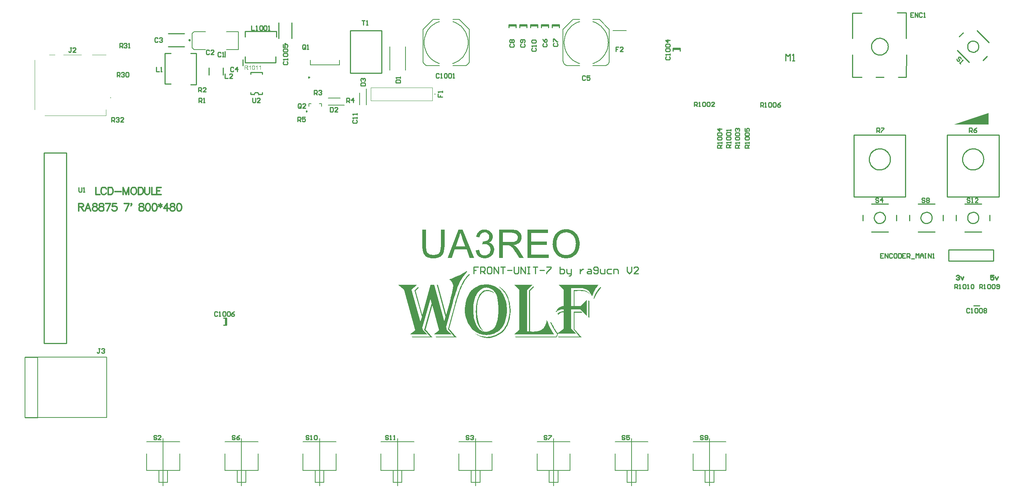
<source format=gto>
G04*
G04 #@! TF.GenerationSoftware,Altium Limited,Altium Designer,21.5.1 (32)*
G04*
G04 Layer_Color=65535*
%FSLAX25Y25*%
%MOIN*%
G70*
G04*
G04 #@! TF.SameCoordinates,D9A27908-B339-4E15-AEEB-BE0A6D91D8F4*
G04*
G04*
G04 #@! TF.FilePolarity,Positive*
G04*
G01*
G75*
%ADD10C,0.00787*%
%ADD11C,0.01000*%
%ADD12C,0.00984*%
%ADD13C,0.00800*%
%ADD14C,0.00394*%
%ADD15C,0.01235*%
%ADD16C,0.01250*%
G36*
X138736Y-31347D02*
X138751Y-31518D01*
X138796Y-31683D01*
X138868Y-31839D01*
X138967Y-31979D01*
X139088Y-32100D01*
X139228Y-32199D01*
X139384Y-32271D01*
X139550Y-32316D01*
X139720Y-32331D01*
X139891Y-32316D01*
X140057Y-32271D01*
X140213Y-32199D01*
X140353Y-32100D01*
X140474Y-31979D01*
X140573Y-31839D01*
X140645Y-31683D01*
X140690Y-31518D01*
X140705Y-31347D01*
X140690Y-31176D01*
X140645Y-31010D01*
X140573Y-30855D01*
X140474Y-30715D01*
X140353Y-30593D01*
X140213Y-30495D01*
X140057Y-30422D01*
X139891Y-30378D01*
X139720Y-30363D01*
X139550Y-30378D01*
X139384Y-30422D01*
X139228Y-30495D01*
X139088Y-30593D01*
X138967Y-30715D01*
X138868Y-30855D01*
X138796Y-31010D01*
X138751Y-31176D01*
X138736Y-31347D01*
D01*
D02*
G37*
G36*
X225197Y-33858D02*
X225026Y-33873D01*
X224860Y-33918D01*
X224705Y-33990D01*
X224565Y-34089D01*
X224443Y-34210D01*
X224345Y-34350D01*
X224272Y-34506D01*
X224228Y-34672D01*
X224213Y-34843D01*
X224228Y-35013D01*
X224272Y-35179D01*
X224345Y-35335D01*
X224443Y-35475D01*
X224565Y-35596D01*
X224705Y-35695D01*
X224860Y-35767D01*
X225026Y-35812D01*
X225197Y-35827D01*
X225368Y-35812D01*
X225534Y-35767D01*
X225689Y-35695D01*
X225829Y-35596D01*
X225950Y-35475D01*
X226049Y-35335D01*
X226121Y-35179D01*
X226166Y-35013D01*
X226181Y-34843D01*
X226166Y-34672D01*
X226121Y-34506D01*
X226049Y-34350D01*
X225950Y-34210D01*
X225829Y-34089D01*
X225689Y-33990D01*
X225534Y-33918D01*
X225368Y-33873D01*
X225197Y-33858D01*
D01*
D02*
G37*
G36*
X853543Y-106693D02*
X822854D01*
X853543Y-96290D01*
Y-106693D01*
D02*
G37*
G36*
X403953Y-200688D02*
X404427Y-200761D01*
X405010Y-200870D01*
X405666Y-201052D01*
X406322Y-201271D01*
X406978Y-201563D01*
X407015D01*
X407051Y-201599D01*
X407270Y-201709D01*
X407598Y-201927D01*
X407963Y-202182D01*
X408400Y-202547D01*
X408837Y-202948D01*
X409275Y-203422D01*
X409639Y-203969D01*
X409676Y-204041D01*
X409785Y-204224D01*
X409931Y-204552D01*
X410113Y-204953D01*
X410295Y-205427D01*
X410441Y-205973D01*
X410550Y-206593D01*
X410587Y-207212D01*
Y-207285D01*
Y-207504D01*
X410550Y-207796D01*
X410478Y-208197D01*
X410368Y-208670D01*
X410186Y-209181D01*
X409967Y-209691D01*
X409676Y-210201D01*
X409639Y-210274D01*
X409530Y-210420D01*
X409311Y-210675D01*
X409020Y-210967D01*
X408655Y-211295D01*
X408218Y-211659D01*
X407707Y-211987D01*
X407088Y-212316D01*
X407124D01*
X407197Y-212352D01*
X407306Y-212388D01*
X407452Y-212425D01*
X407853Y-212571D01*
X408363Y-212789D01*
X408947Y-213081D01*
X409530Y-213445D01*
X410077Y-213919D01*
X410587Y-214466D01*
X410623Y-214539D01*
X410769Y-214758D01*
X410988Y-215122D01*
X411207Y-215596D01*
X411425Y-216179D01*
X411644Y-216872D01*
X411790Y-217674D01*
X411826Y-218548D01*
Y-218585D01*
Y-218694D01*
Y-218877D01*
X411790Y-219095D01*
X411753Y-219387D01*
X411681Y-219715D01*
X411608Y-220079D01*
X411535Y-220480D01*
X411243Y-221355D01*
X411024Y-221829D01*
X410806Y-222266D01*
X410514Y-222740D01*
X410186Y-223214D01*
X409822Y-223688D01*
X409384Y-224125D01*
X409348Y-224162D01*
X409275Y-224235D01*
X409129Y-224344D01*
X408947Y-224490D01*
X408728Y-224672D01*
X408436Y-224854D01*
X408108Y-225073D01*
X407707Y-225255D01*
X407306Y-225474D01*
X406833Y-225693D01*
X406359Y-225875D01*
X405812Y-226057D01*
X405229Y-226203D01*
X404609Y-226312D01*
X403990Y-226385D01*
X403297Y-226422D01*
X402969D01*
X402750Y-226385D01*
X402459Y-226349D01*
X402131Y-226312D01*
X401766Y-226239D01*
X401365Y-226167D01*
X400490Y-225948D01*
X399579Y-225583D01*
X399105Y-225365D01*
X398668Y-225110D01*
X398230Y-224781D01*
X397793Y-224453D01*
X397757Y-224417D01*
X397684Y-224344D01*
X397574Y-224235D01*
X397465Y-224089D01*
X397283Y-223907D01*
X397100Y-223652D01*
X396882Y-223396D01*
X396663Y-223068D01*
X396444Y-222704D01*
X396226Y-222339D01*
X395825Y-221464D01*
X395497Y-220444D01*
X395387Y-219897D01*
X395314Y-219314D01*
X398413Y-218913D01*
Y-218949D01*
X398449Y-219022D01*
X398486Y-219168D01*
X398522Y-219350D01*
X398558Y-219569D01*
X398631Y-219824D01*
X398814Y-220371D01*
X399069Y-221027D01*
X399397Y-221647D01*
X399761Y-222230D01*
X400199Y-222740D01*
X400272Y-222777D01*
X400417Y-222922D01*
X400709Y-223105D01*
X401074Y-223287D01*
X401511Y-223506D01*
X402058Y-223688D01*
X402677Y-223834D01*
X403333Y-223870D01*
X403552D01*
X403698Y-223834D01*
X404099Y-223797D01*
X404609Y-223688D01*
X405192Y-223506D01*
X405812Y-223251D01*
X406432Y-222886D01*
X407015Y-222376D01*
X407088Y-222303D01*
X407270Y-222084D01*
X407489Y-221756D01*
X407780Y-221319D01*
X408072Y-220772D01*
X408291Y-220152D01*
X408473Y-219423D01*
X408546Y-218621D01*
Y-218585D01*
Y-218512D01*
Y-218403D01*
X408509Y-218257D01*
X408473Y-217856D01*
X408363Y-217382D01*
X408218Y-216799D01*
X407963Y-216216D01*
X407598Y-215633D01*
X407124Y-215086D01*
X407051Y-215013D01*
X406869Y-214867D01*
X406577Y-214648D01*
X406177Y-214393D01*
X405666Y-214138D01*
X405047Y-213919D01*
X404354Y-213773D01*
X403588Y-213701D01*
X403261D01*
X403005Y-213737D01*
X402677Y-213773D01*
X402313Y-213846D01*
X401875Y-213919D01*
X401402Y-214029D01*
X401766Y-211295D01*
X401948D01*
X402094Y-211331D01*
X402568D01*
X402969Y-211258D01*
X403443Y-211186D01*
X403990Y-211076D01*
X404609Y-210894D01*
X405192Y-210639D01*
X405812Y-210311D01*
X405849D01*
X405885Y-210274D01*
X406067Y-210128D01*
X406322Y-209873D01*
X406614Y-209545D01*
X406906Y-209071D01*
X407161Y-208525D01*
X407343Y-207905D01*
X407416Y-207540D01*
Y-207140D01*
Y-207103D01*
Y-207067D01*
Y-206848D01*
X407343Y-206556D01*
X407270Y-206155D01*
X407124Y-205718D01*
X406942Y-205244D01*
X406650Y-204770D01*
X406249Y-204333D01*
X406213Y-204296D01*
X406031Y-204151D01*
X405776Y-203969D01*
X405447Y-203750D01*
X405010Y-203568D01*
X404500Y-203385D01*
X403917Y-203239D01*
X403261Y-203203D01*
X402969D01*
X402641Y-203276D01*
X402204Y-203349D01*
X401730Y-203495D01*
X401256Y-203677D01*
X400745Y-203969D01*
X400272Y-204333D01*
X400235Y-204369D01*
X400089Y-204552D01*
X399871Y-204807D01*
X399616Y-205171D01*
X399360Y-205645D01*
X399105Y-206228D01*
X398886Y-206921D01*
X398741Y-207723D01*
X395642Y-207176D01*
Y-207140D01*
X395679Y-207030D01*
X395715Y-206885D01*
X395752Y-206666D01*
X395825Y-206411D01*
X395934Y-206119D01*
X396153Y-205427D01*
X396517Y-204625D01*
X396955Y-203823D01*
X397501Y-203057D01*
X398194Y-202365D01*
X398230Y-202328D01*
X398303Y-202292D01*
X398413Y-202219D01*
X398558Y-202110D01*
X398741Y-201964D01*
X398996Y-201818D01*
X399251Y-201672D01*
X399579Y-201490D01*
X400308Y-201198D01*
X401146Y-200907D01*
X402131Y-200724D01*
X402641Y-200652D01*
X403552D01*
X403953Y-200688D01*
D02*
G37*
G36*
X367467Y-215341D02*
Y-215377D01*
Y-215523D01*
Y-215705D01*
Y-215961D01*
X367430Y-216288D01*
Y-216653D01*
X367394Y-217091D01*
X367357Y-217528D01*
X367248Y-218512D01*
X367102Y-219533D01*
X366883Y-220517D01*
X366738Y-220991D01*
X366592Y-221428D01*
Y-221464D01*
X366555Y-221537D01*
X366482Y-221647D01*
X366409Y-221793D01*
X366191Y-222193D01*
X365863Y-222704D01*
X365425Y-223287D01*
X364915Y-223870D01*
X364259Y-224490D01*
X363457Y-225037D01*
X363421D01*
X363348Y-225110D01*
X363238Y-225146D01*
X363056Y-225255D01*
X362837Y-225365D01*
X362546Y-225474D01*
X362254Y-225583D01*
X361890Y-225729D01*
X361489Y-225875D01*
X361051Y-225984D01*
X360578Y-226094D01*
X360031Y-226203D01*
X359484Y-226276D01*
X358901Y-226349D01*
X357589Y-226422D01*
X357261D01*
X357006Y-226385D01*
X356714D01*
X356349Y-226349D01*
X355948Y-226312D01*
X355547Y-226276D01*
X354636Y-226130D01*
X353652Y-225911D01*
X352704Y-225620D01*
X351793Y-225219D01*
X351757D01*
X351684Y-225146D01*
X351574Y-225073D01*
X351429Y-225000D01*
X351028Y-224709D01*
X350554Y-224307D01*
X350007Y-223797D01*
X349497Y-223214D01*
X348987Y-222485D01*
X348586Y-221683D01*
Y-221647D01*
X348549Y-221574D01*
X348513Y-221428D01*
X348440Y-221246D01*
X348367Y-221027D01*
X348294Y-220735D01*
X348184Y-220407D01*
X348112Y-220006D01*
X348039Y-219569D01*
X347929Y-219095D01*
X347856Y-218585D01*
X347784Y-218038D01*
X347711Y-217419D01*
X347674Y-216762D01*
X347638Y-216070D01*
Y-215341D01*
Y-200761D01*
X350991D01*
Y-215341D01*
Y-215377D01*
Y-215487D01*
Y-215669D01*
Y-215888D01*
X351028Y-216143D01*
Y-216471D01*
X351064Y-217163D01*
X351137Y-217965D01*
X351246Y-218767D01*
X351392Y-219533D01*
X351465Y-219861D01*
X351574Y-220189D01*
X351611Y-220262D01*
X351684Y-220444D01*
X351866Y-220699D01*
X352085Y-221063D01*
X352340Y-221428D01*
X352704Y-221829D01*
X353142Y-222230D01*
X353652Y-222558D01*
X353725Y-222594D01*
X353907Y-222704D01*
X354235Y-222813D01*
X354673Y-222959D01*
X355183Y-223141D01*
X355839Y-223251D01*
X356532Y-223360D01*
X357297Y-223396D01*
X357662D01*
X357880Y-223360D01*
X358208D01*
X358536Y-223323D01*
X359338Y-223178D01*
X360213Y-222995D01*
X361051Y-222704D01*
X361853Y-222303D01*
X362218Y-222048D01*
X362546Y-221756D01*
X362582Y-221720D01*
X362619Y-221683D01*
X362692Y-221574D01*
X362801Y-221428D01*
X362910Y-221209D01*
X363056Y-220991D01*
X363202Y-220663D01*
X363348Y-220335D01*
X363494Y-219934D01*
X363603Y-219460D01*
X363749Y-218913D01*
X363858Y-218330D01*
X363967Y-217674D01*
X364040Y-216981D01*
X364113Y-216179D01*
Y-215341D01*
Y-200761D01*
X367467D01*
Y-215341D01*
D02*
G37*
G36*
X459904Y-203750D02*
X444996D01*
Y-211441D01*
X458956D01*
Y-214430D01*
X444996D01*
Y-222995D01*
X460487D01*
Y-225984D01*
X441642D01*
Y-200761D01*
X459904D01*
Y-203750D01*
D02*
G37*
G36*
X428192Y-200797D02*
X428520D01*
X429286Y-200834D01*
X430088Y-200943D01*
X430963Y-201052D01*
X431764Y-201235D01*
X432165Y-201344D01*
X432493Y-201453D01*
X432530D01*
X432566Y-201490D01*
X432785Y-201599D01*
X433113Y-201745D01*
X433514Y-202000D01*
X433951Y-202328D01*
X434425Y-202766D01*
X434863Y-203276D01*
X435300Y-203859D01*
Y-203896D01*
X435336Y-203932D01*
X435482Y-204151D01*
X435628Y-204515D01*
X435847Y-204989D01*
X436029Y-205536D01*
X436211Y-206192D01*
X436321Y-206885D01*
X436357Y-207650D01*
Y-207686D01*
Y-207759D01*
Y-207905D01*
X436321Y-208087D01*
Y-208343D01*
X436284Y-208598D01*
X436138Y-209217D01*
X435920Y-209946D01*
X435628Y-210712D01*
X435191Y-211477D01*
X434899Y-211842D01*
X434608Y-212206D01*
X434571Y-212243D01*
X434535Y-212279D01*
X434425Y-212388D01*
X434279Y-212498D01*
X434097Y-212644D01*
X433879Y-212789D01*
X433587Y-212972D01*
X433295Y-213190D01*
X432931Y-213373D01*
X432530Y-213555D01*
X432093Y-213773D01*
X431619Y-213956D01*
X431072Y-214102D01*
X430525Y-214284D01*
X429906Y-214393D01*
X429249Y-214503D01*
X429322Y-214539D01*
X429468Y-214612D01*
X429687Y-214758D01*
X429978Y-214903D01*
X430634Y-215304D01*
X430963Y-215560D01*
X431254Y-215778D01*
X431327Y-215851D01*
X431509Y-216033D01*
X431801Y-216325D01*
X432165Y-216689D01*
X432566Y-217200D01*
X433040Y-217746D01*
X433514Y-218403D01*
X434024Y-219132D01*
X438362Y-225984D01*
X434206D01*
X430890Y-220735D01*
Y-220699D01*
X430817Y-220626D01*
X430744Y-220517D01*
X430634Y-220371D01*
X430379Y-219970D01*
X430051Y-219460D01*
X429650Y-218913D01*
X429249Y-218330D01*
X428848Y-217783D01*
X428484Y-217273D01*
X428447Y-217236D01*
X428338Y-217091D01*
X428156Y-216872D01*
X427901Y-216617D01*
X427354Y-216070D01*
X427062Y-215815D01*
X426771Y-215596D01*
X426734Y-215560D01*
X426661Y-215523D01*
X426516Y-215450D01*
X426297Y-215341D01*
X426078Y-215231D01*
X425823Y-215122D01*
X425240Y-214940D01*
X425203D01*
X425131Y-214903D01*
X424985D01*
X424802Y-214867D01*
X424547Y-214830D01*
X424256D01*
X423855Y-214794D01*
X419554D01*
Y-225984D01*
X416200D01*
Y-200761D01*
X427901D01*
X428192Y-200797D01*
D02*
G37*
G36*
X393856Y-225984D02*
X390066D01*
X387113Y-218330D01*
X376543D01*
X373809Y-225984D01*
X370273D01*
X379896Y-200761D01*
X383541D01*
X393856Y-225984D01*
D02*
G37*
G36*
X476744Y-200360D02*
X477072D01*
X477400Y-200396D01*
X477837Y-200469D01*
X478275Y-200542D01*
X479222Y-200724D01*
X480316Y-201016D01*
X481373Y-201453D01*
X481920Y-201709D01*
X482466Y-202000D01*
X482503Y-202037D01*
X482576Y-202073D01*
X482722Y-202182D01*
X482940Y-202292D01*
X483159Y-202474D01*
X483451Y-202693D01*
X484070Y-203203D01*
X484726Y-203859D01*
X485455Y-204661D01*
X486148Y-205609D01*
X486731Y-206666D01*
Y-206702D01*
X486804Y-206811D01*
X486877Y-206957D01*
X486950Y-207176D01*
X487095Y-207468D01*
X487205Y-207796D01*
X487351Y-208197D01*
X487497Y-208634D01*
X487606Y-209108D01*
X487752Y-209618D01*
X487897Y-210201D01*
X488007Y-210785D01*
X488153Y-212060D01*
X488226Y-213445D01*
Y-213482D01*
Y-213628D01*
Y-213810D01*
X488189Y-214102D01*
Y-214430D01*
X488153Y-214830D01*
X488080Y-215268D01*
X488043Y-215742D01*
X487861Y-216799D01*
X487569Y-217965D01*
X487168Y-219132D01*
X486950Y-219715D01*
X486658Y-220298D01*
Y-220335D01*
X486585Y-220444D01*
X486512Y-220590D01*
X486367Y-220808D01*
X486221Y-221063D01*
X486038Y-221319D01*
X485528Y-222011D01*
X484908Y-222740D01*
X484179Y-223506D01*
X483305Y-224235D01*
X482284Y-224891D01*
X482248D01*
X482175Y-224964D01*
X481992Y-225037D01*
X481774Y-225146D01*
X481519Y-225255D01*
X481227Y-225365D01*
X480863Y-225510D01*
X480462Y-225656D01*
X480024Y-225802D01*
X479550Y-225948D01*
X478493Y-226167D01*
X477363Y-226349D01*
X476160Y-226422D01*
X475796D01*
X475577Y-226385D01*
X475249D01*
X474885Y-226312D01*
X474484Y-226276D01*
X474010Y-226203D01*
X473026Y-225984D01*
X471969Y-225693D01*
X470875Y-225255D01*
X470329Y-225000D01*
X469782Y-224709D01*
X469745Y-224672D01*
X469672Y-224636D01*
X469527Y-224526D01*
X469308Y-224380D01*
X469089Y-224235D01*
X468834Y-224016D01*
X468214Y-223469D01*
X467522Y-222813D01*
X466793Y-222011D01*
X466137Y-221100D01*
X465517Y-220043D01*
Y-220006D01*
X465444Y-219897D01*
X465371Y-219751D01*
X465298Y-219533D01*
X465189Y-219241D01*
X465080Y-218913D01*
X464934Y-218548D01*
X464824Y-218147D01*
X464679Y-217674D01*
X464533Y-217200D01*
X464314Y-216106D01*
X464169Y-214976D01*
X464096Y-213737D01*
Y-213701D01*
Y-213664D01*
Y-213445D01*
X464132Y-213117D01*
Y-212680D01*
X464205Y-212170D01*
X464278Y-211550D01*
X464387Y-210858D01*
X464533Y-210128D01*
X464679Y-209363D01*
X464897Y-208561D01*
X465189Y-207759D01*
X465517Y-206921D01*
X465882Y-206119D01*
X466356Y-205317D01*
X466866Y-204588D01*
X467449Y-203896D01*
X467485Y-203859D01*
X467595Y-203750D01*
X467813Y-203568D01*
X468069Y-203349D01*
X468397Y-203057D01*
X468798Y-202766D01*
X469272Y-202438D01*
X469818Y-202110D01*
X470401Y-201781D01*
X471058Y-201453D01*
X471786Y-201162D01*
X472552Y-200870D01*
X473390Y-200652D01*
X474265Y-200469D01*
X475176Y-200360D01*
X476160Y-200324D01*
X476489D01*
X476744Y-200360D01*
D02*
G37*
G36*
X504954Y-250224D02*
X504662Y-250515D01*
X504298Y-251098D01*
X503787Y-251682D01*
X503277Y-252411D01*
X502767Y-253212D01*
X502329Y-253941D01*
X501892Y-254598D01*
X501819Y-254671D01*
X501746Y-254889D01*
X501528Y-255327D01*
X501309Y-255837D01*
X500944Y-256566D01*
X500580Y-257441D01*
X500142Y-258534D01*
X499632Y-259773D01*
X499340Y-260503D01*
Y-260430D01*
X499268Y-260284D01*
X499122Y-260065D01*
X498976Y-259773D01*
X498539Y-258899D01*
X497955Y-257951D01*
X497226Y-256930D01*
X496497Y-255910D01*
X495695Y-255035D01*
X495258Y-254671D01*
X494821Y-254379D01*
X494748Y-254306D01*
X494383Y-254160D01*
X493800Y-253941D01*
X493071Y-253650D01*
X491978Y-253431D01*
X490738Y-253212D01*
X489135Y-253067D01*
X487312Y-252994D01*
X480751D01*
Y-269105D01*
X482865D01*
Y-254889D01*
X483813Y-254816D01*
X484177D01*
X484615Y-254743D01*
X485927D01*
X486656Y-254671D01*
X489061D01*
X489499Y-254743D01*
X490082Y-254816D01*
X490738Y-254889D01*
X492123Y-255108D01*
X493654Y-255545D01*
X495039Y-256201D01*
X495695Y-256639D01*
X496279Y-257149D01*
X496789Y-257732D01*
X497153Y-258388D01*
X497081Y-258315D01*
X496862Y-258097D01*
X496497Y-257805D01*
X496060Y-257441D01*
X495550Y-257076D01*
X494894Y-256712D01*
X494237Y-256420D01*
X493508Y-256129D01*
X493435D01*
X493144Y-256056D01*
X492634Y-255910D01*
X491978Y-255837D01*
X491176Y-255691D01*
X490082Y-255618D01*
X488843Y-255545D01*
X486364D01*
X485854Y-255618D01*
X485271D01*
X484542Y-255691D01*
X483740Y-255764D01*
Y-269105D01*
X488916D01*
X494456Y-263346D01*
Y-277780D01*
X488624Y-272021D01*
X480751D01*
Y-289444D01*
X485125Y-293891D01*
X468839D01*
X469014Y-294182D01*
X467483Y-297244D01*
X431398D01*
X430523Y-296296D01*
X467119D01*
X468139Y-294182D01*
X468066Y-294109D01*
X467993Y-293964D01*
X467775Y-293745D01*
X467483Y-293380D01*
X467192Y-292943D01*
X466827Y-292433D01*
X466390Y-291777D01*
X465952Y-291121D01*
X464932Y-289590D01*
X463911Y-287840D01*
X462963Y-285872D01*
X462016Y-283758D01*
X461870Y-283393D01*
X462963Y-283830D01*
X463255Y-284414D01*
Y-284487D01*
X463328Y-284632D01*
X463474Y-284924D01*
X463692Y-285289D01*
X463911Y-285726D01*
X464130Y-286236D01*
X464859Y-287475D01*
X465661Y-288933D01*
X466608Y-290537D01*
X467629Y-292141D01*
X468597Y-293533D01*
X473826Y-289444D01*
Y-274645D01*
X473388D01*
X472878Y-274718D01*
X472222Y-274864D01*
X471493Y-275155D01*
X470691Y-275447D01*
X469962Y-275957D01*
X469160Y-276613D01*
X468431Y-275884D01*
X468504Y-275812D01*
X468795Y-275520D01*
X469233Y-275155D01*
X469889Y-274791D01*
X470618Y-274354D01*
X471565Y-274062D01*
X472659Y-273770D01*
X473826Y-273697D01*
Y-272021D01*
X473680D01*
X473388Y-271948D01*
X472586D01*
X472222Y-272021D01*
X471565Y-272094D01*
X470836Y-272312D01*
X469962Y-272604D01*
X469014Y-273114D01*
X468066Y-273770D01*
X467192Y-274645D01*
X466973Y-274062D01*
Y-273989D01*
X467046Y-273843D01*
X467119Y-273624D01*
X467265Y-273333D01*
X467775Y-272604D01*
X468431Y-271729D01*
X469306Y-270854D01*
X469889Y-270417D01*
X470545Y-270052D01*
X471201Y-269688D01*
X472003Y-269469D01*
X472878Y-269250D01*
X473826Y-269105D01*
Y-254525D01*
X469160Y-250078D01*
X505027D01*
X504954Y-250224D01*
D02*
G37*
G36*
X507651Y-252265D02*
X507578Y-252338D01*
X507432Y-252484D01*
X507214Y-252848D01*
X506849Y-253212D01*
X506485Y-253723D01*
X506047Y-254306D01*
X505537Y-255035D01*
X505027Y-255764D01*
X503933Y-257368D01*
X502913Y-259117D01*
X502038Y-260940D01*
X501673Y-261888D01*
X501382Y-262762D01*
X500653Y-262325D01*
Y-262252D01*
X500726Y-262106D01*
X500798Y-261815D01*
X500944Y-261377D01*
X501090Y-260867D01*
X501309Y-260284D01*
X501600Y-259628D01*
X501965Y-258899D01*
X502767Y-257295D01*
X503277Y-256420D01*
X503860Y-255472D01*
X504516Y-254525D01*
X505245Y-253577D01*
X506120Y-252556D01*
X506995Y-251609D01*
X507651Y-252265D01*
D02*
G37*
G36*
X387876Y-238268D02*
X387804Y-238341D01*
X387658Y-238487D01*
X387439Y-238778D01*
X387074Y-239143D01*
X386710Y-239653D01*
X386200Y-240236D01*
X385689Y-240820D01*
X385179Y-241548D01*
X384013Y-243152D01*
X382773Y-244902D01*
X381607Y-246797D01*
X380586Y-248766D01*
Y-248838D01*
X380514Y-248984D01*
X380368Y-249349D01*
X380149Y-249786D01*
X379930Y-250369D01*
X379639Y-251098D01*
X379347Y-251900D01*
X378982Y-252921D01*
X378545Y-254014D01*
X378108Y-255327D01*
X377670Y-256785D01*
X377160Y-258315D01*
X376577Y-260065D01*
X376067Y-261961D01*
X375410Y-264002D01*
X374827Y-266189D01*
X368849Y-287913D01*
X369579Y-290610D01*
X373807Y-294401D01*
X358060D01*
X362580Y-290610D01*
X356456Y-268521D01*
X350552Y-290173D01*
X356456Y-297244D01*
X338815D01*
X338086Y-296296D01*
X354561D01*
X349385Y-290391D01*
X355946Y-266772D01*
X354780Y-262617D01*
X347708Y-288496D01*
X348219Y-290610D01*
X352301Y-294401D01*
X336482D01*
X341220Y-290610D01*
X331160Y-254452D01*
X326057Y-250078D01*
X342824D01*
X338086Y-254452D01*
X346032Y-282956D01*
X347271Y-278728D01*
X340564Y-254962D01*
X343699Y-252192D01*
X344501Y-252775D01*
X341658Y-255327D01*
X347708Y-277051D01*
X355071Y-250078D01*
X358352D01*
X367319Y-282664D01*
X368412Y-278728D01*
X360466Y-250078D01*
X361487D01*
X368849Y-277051D01*
X372130Y-265387D01*
X372203Y-265241D01*
X372276Y-264877D01*
X372422Y-264366D01*
X372640Y-263637D01*
X372859Y-262762D01*
X373078Y-261742D01*
X373369Y-260648D01*
X373661Y-259482D01*
X374244Y-257076D01*
X374681Y-254671D01*
X374900Y-253577D01*
X375046Y-252629D01*
X375192Y-251754D01*
Y-251026D01*
Y-250953D01*
Y-250880D01*
X375119Y-250442D01*
X375046Y-249786D01*
X374754Y-248911D01*
X374317Y-248037D01*
X373734Y-247089D01*
X372859Y-246141D01*
X372276Y-245704D01*
X371692Y-245266D01*
X371765D01*
X371911Y-245194D01*
X372130Y-245121D01*
X372422Y-245048D01*
X372786Y-244902D01*
X373223Y-244756D01*
X374317Y-244319D01*
X375629Y-243808D01*
X377087Y-243225D01*
X378691Y-242569D01*
X380368Y-241767D01*
X380440D01*
X380586Y-241694D01*
X380805Y-241548D01*
X381170Y-241403D01*
X381972Y-240965D01*
X382992Y-240382D01*
X384086Y-239799D01*
X385252Y-239143D01*
X386345Y-238414D01*
X387293Y-237758D01*
X387876Y-238268D01*
D02*
G37*
G36*
X497008Y-264512D02*
Y-279456D01*
X496060Y-278946D01*
Y-264002D01*
X497008Y-264512D01*
D02*
G37*
G36*
X441239Y-254816D02*
Y-291777D01*
X441458D01*
X442697Y-291849D01*
X443062Y-291922D01*
Y-255181D01*
X446780Y-251463D01*
X447217Y-252192D01*
X443936Y-255618D01*
Y-291922D01*
X444884D01*
X445832Y-291995D01*
X447363D01*
X447800Y-291922D01*
X448238D01*
X448748Y-291849D01*
X449987Y-291704D01*
X451299Y-291412D01*
X452684Y-290975D01*
X453997Y-290391D01*
X455163Y-289590D01*
X455309Y-289444D01*
X455601Y-289152D01*
X456111Y-288496D01*
X456694Y-287694D01*
X457350Y-286601D01*
X457933Y-285216D01*
X458516Y-283539D01*
X458735Y-282591D01*
X458954Y-281571D01*
X459027Y-281644D01*
X459100Y-282008D01*
X459245Y-282445D01*
X459537Y-283102D01*
X459829Y-283830D01*
X460193Y-284705D01*
X460558Y-285653D01*
X460995Y-286674D01*
X462016Y-288861D01*
X463182Y-290975D01*
X463765Y-291922D01*
X464421Y-292870D01*
X465005Y-293672D01*
X465661Y-294401D01*
X429575D01*
X434386Y-290537D01*
Y-254525D01*
X429575Y-250078D01*
X446051D01*
X441239Y-254816D01*
D02*
G37*
G36*
X405591Y-249713D02*
X406174D01*
X406903Y-249859D01*
X407705Y-250005D01*
X408653Y-250151D01*
X409601Y-250442D01*
X410694Y-250807D01*
X411715Y-251171D01*
X412881Y-251754D01*
X413975Y-252338D01*
X415068Y-253067D01*
X416161Y-253941D01*
X417255Y-254889D01*
X418203Y-256056D01*
X418276Y-256129D01*
X418422Y-256347D01*
X418640Y-256712D01*
X419005Y-257222D01*
X419369Y-257878D01*
X419806Y-258607D01*
X420317Y-259555D01*
X420754Y-260575D01*
X421265Y-261742D01*
X421702Y-262981D01*
X422139Y-264366D01*
X422504Y-265897D01*
X422868Y-267501D01*
X423087Y-269250D01*
X423233Y-271073D01*
X423306Y-273041D01*
Y-273187D01*
Y-273479D01*
Y-273989D01*
X423233Y-274718D01*
X423160Y-275520D01*
X423014Y-276540D01*
X422868Y-277634D01*
X422650Y-278800D01*
X422431Y-280040D01*
X422066Y-281352D01*
X421702Y-282737D01*
X421192Y-284049D01*
X420608Y-285361D01*
X419952Y-286674D01*
X419150Y-287913D01*
X418276Y-289079D01*
X418203Y-289152D01*
X418057Y-289298D01*
X417765Y-289590D01*
X417401Y-290027D01*
X416890Y-290464D01*
X416307Y-290975D01*
X415578Y-291485D01*
X414777Y-291995D01*
X413829Y-292579D01*
X412881Y-293089D01*
X411788Y-293599D01*
X410621Y-294037D01*
X409309Y-294401D01*
X407997Y-294693D01*
X406539Y-294911D01*
X405008Y-294984D01*
X404352D01*
X403914Y-294911D01*
X403331Y-294838D01*
X402602Y-294765D01*
X401873Y-294620D01*
X401071Y-294474D01*
X399176Y-293964D01*
X398228Y-293599D01*
X397207Y-293235D01*
X396187Y-292724D01*
X395166Y-292214D01*
X394219Y-291558D01*
X393198Y-290829D01*
X393125Y-290756D01*
X392906Y-290537D01*
X392542Y-290173D01*
X392032Y-289663D01*
X391448Y-289006D01*
X390792Y-288205D01*
X390136Y-287257D01*
X389480Y-286163D01*
X388751Y-284924D01*
X388095Y-283539D01*
X387439Y-282081D01*
X386856Y-280404D01*
X386418Y-278582D01*
X385981Y-276686D01*
X385762Y-274572D01*
X385689Y-272385D01*
Y-272239D01*
Y-271948D01*
Y-271365D01*
X385762Y-270636D01*
X385835Y-269761D01*
X385981Y-268740D01*
X386127Y-267647D01*
X386345Y-266407D01*
X386637Y-265095D01*
X386929Y-263783D01*
X387366Y-262398D01*
X387876Y-261013D01*
X388459Y-259628D01*
X389189Y-258315D01*
X389990Y-257003D01*
X390865Y-255837D01*
X390938Y-255764D01*
X391084Y-255545D01*
X391376Y-255254D01*
X391813Y-254889D01*
X392323Y-254379D01*
X392979Y-253869D01*
X393708Y-253285D01*
X394583Y-252702D01*
X395531Y-252192D01*
X396551Y-251609D01*
X397718Y-251098D01*
X398957Y-250588D01*
X400269Y-250224D01*
X401654Y-249932D01*
X403185Y-249713D01*
X404789Y-249640D01*
X405154D01*
X405591Y-249713D01*
D02*
G37*
G36*
X416016Y-251536D02*
X416307Y-251682D01*
X416599Y-251900D01*
X417036Y-252192D01*
X417547Y-252484D01*
X418640Y-253358D01*
X419879Y-254452D01*
X420536Y-255108D01*
X421192Y-255837D01*
X421848Y-256639D01*
X422431Y-257587D01*
X423014Y-258534D01*
X423597Y-259555D01*
Y-259628D01*
X423743Y-259846D01*
X423889Y-260138D01*
X424035Y-260575D01*
X424253Y-261086D01*
X424545Y-261742D01*
X424764Y-262544D01*
X425055Y-263346D01*
X425347Y-264293D01*
X425566Y-265314D01*
X425857Y-266407D01*
X426076Y-267574D01*
X426368Y-270125D01*
X426513Y-272896D01*
Y-273041D01*
Y-273406D01*
Y-273989D01*
X426440Y-274718D01*
X426368Y-275666D01*
X426222Y-276759D01*
X426003Y-277998D01*
X425784Y-279311D01*
X425493Y-280696D01*
X425128Y-282227D01*
X424691Y-283685D01*
X424108Y-285216D01*
X423452Y-286674D01*
X422722Y-288132D01*
X421848Y-289590D01*
X420827Y-290902D01*
X420754Y-290975D01*
X420536Y-291193D01*
X420244Y-291558D01*
X419806Y-291922D01*
X419223Y-292506D01*
X418567Y-293016D01*
X417765Y-293672D01*
X416890Y-294255D01*
X415870Y-294911D01*
X414704Y-295567D01*
X413537Y-296078D01*
X412152Y-296588D01*
X410767Y-297025D01*
X409236Y-297390D01*
X407632Y-297609D01*
X405956Y-297681D01*
X405372D01*
X404935Y-297609D01*
X404425Y-297536D01*
X403841Y-297463D01*
X403185Y-297317D01*
X402383Y-297171D01*
X400707Y-296734D01*
X398884Y-296005D01*
X397937Y-295567D01*
X396989Y-295057D01*
X395968Y-294401D01*
X395021Y-293745D01*
Y-293599D01*
X395093D01*
X395239Y-293745D01*
X395458Y-293891D01*
X395749Y-294109D01*
X396187Y-294328D01*
X396697Y-294547D01*
X397281Y-294838D01*
X397937Y-295130D01*
X398665Y-295422D01*
X399467Y-295713D01*
X401363Y-296151D01*
X403404Y-296515D01*
X405737Y-296661D01*
X406101D01*
X406612Y-296588D01*
X407195D01*
X407924Y-296442D01*
X408799Y-296296D01*
X409746Y-296151D01*
X410767Y-295859D01*
X411861Y-295495D01*
X413027Y-295057D01*
X414193Y-294547D01*
X415433Y-293891D01*
X416599Y-293162D01*
X417765Y-292287D01*
X418859Y-291339D01*
X419952Y-290173D01*
X420025Y-290100D01*
X420171Y-289881D01*
X420463Y-289517D01*
X420827Y-289006D01*
X421265Y-288350D01*
X421702Y-287548D01*
X422212Y-286674D01*
X422795Y-285653D01*
X423306Y-284487D01*
X423816Y-283247D01*
X424253Y-281862D01*
X424691Y-280331D01*
X425055Y-278800D01*
X425347Y-277124D01*
X425493Y-275301D01*
X425566Y-273479D01*
Y-273406D01*
Y-273114D01*
Y-272750D01*
X425493Y-272239D01*
Y-271510D01*
X425420Y-270781D01*
X425347Y-269907D01*
X425274Y-268959D01*
X424910Y-266918D01*
X424472Y-264731D01*
X423889Y-262471D01*
X423014Y-260284D01*
Y-260211D01*
X422868Y-260065D01*
X422722Y-259773D01*
X422577Y-259336D01*
X422285Y-258899D01*
X421993Y-258315D01*
X421192Y-257076D01*
X420098Y-255691D01*
X418932Y-254306D01*
X417474Y-252994D01*
X415797Y-251827D01*
Y-251463D01*
X415870D01*
X416016Y-251536D01*
D02*
G37*
G36*
X490811Y-274937D02*
X483740D01*
Y-289735D01*
X489790Y-297244D01*
X469743D01*
X468868Y-296296D01*
X487822D01*
X482865Y-290173D01*
Y-273989D01*
X489790D01*
X490811Y-274937D01*
D02*
G37*
G36*
X389917Y-240892D02*
X389845Y-240965D01*
X389772Y-241111D01*
X389553Y-241330D01*
X389262Y-241694D01*
X388897Y-242132D01*
X388459Y-242642D01*
X388022Y-243225D01*
X387512Y-243881D01*
X386418Y-245412D01*
X385252Y-247162D01*
X384158Y-249057D01*
X383065Y-251171D01*
Y-251244D01*
X382919Y-251463D01*
X382773Y-251754D01*
X382628Y-252265D01*
X382336Y-252848D01*
X382117Y-253504D01*
X381753Y-254379D01*
X381388Y-255327D01*
X381024Y-256420D01*
X380586Y-257587D01*
X380149Y-258899D01*
X379639Y-260357D01*
X379128Y-261888D01*
X378618Y-263564D01*
X378108Y-265314D01*
X377597Y-267209D01*
X371474Y-289517D01*
X378181Y-297244D01*
X360393D01*
X359591Y-296296D01*
X376067D01*
X370453Y-289881D01*
X376796Y-266699D01*
Y-266553D01*
X376941Y-266262D01*
X377087Y-265678D01*
X377306Y-265022D01*
X377524Y-264147D01*
X377816Y-263127D01*
X378181Y-262033D01*
X378545Y-260867D01*
X379347Y-258315D01*
X380295Y-255691D01*
X381242Y-253140D01*
X381680Y-251973D01*
X382190Y-250880D01*
Y-250807D01*
X382336Y-250661D01*
X382482Y-250369D01*
X382700Y-249932D01*
X382919Y-249422D01*
X383284Y-248838D01*
X383648Y-248182D01*
X384013Y-247453D01*
X385033Y-245850D01*
X386200Y-244100D01*
X387585Y-242205D01*
X389116Y-240309D01*
X389917Y-240892D01*
D02*
G37*
G36*
X203267Y-57801D02*
X202795D01*
Y-54798D01*
X202790Y-54804D01*
X202762Y-54826D01*
X202729Y-54859D01*
X202673Y-54898D01*
X202612Y-54948D01*
X202534Y-55004D01*
X202446Y-55065D01*
X202346Y-55126D01*
X202340D01*
X202334Y-55131D01*
X202301Y-55154D01*
X202246Y-55181D01*
X202179Y-55215D01*
X202101Y-55253D01*
X202018Y-55292D01*
X201935Y-55331D01*
X201852Y-55364D01*
Y-54909D01*
X201857D01*
X201868Y-54898D01*
X201890Y-54893D01*
X201918Y-54876D01*
X201952Y-54859D01*
X201990Y-54837D01*
X202085Y-54782D01*
X202196Y-54721D01*
X202307Y-54643D01*
X202423Y-54554D01*
X202540Y-54460D01*
X202545Y-54454D01*
X202551Y-54449D01*
X202568Y-54432D01*
X202590Y-54415D01*
X202640Y-54360D01*
X202706Y-54293D01*
X202773Y-54216D01*
X202845Y-54127D01*
X202906Y-54038D01*
X202962Y-53944D01*
X203267D01*
Y-57801D01*
D02*
G37*
G36*
X200281D02*
X199809D01*
Y-54798D01*
X199804Y-54804D01*
X199776Y-54826D01*
X199743Y-54859D01*
X199687Y-54898D01*
X199626Y-54948D01*
X199548Y-55004D01*
X199460Y-55065D01*
X199360Y-55126D01*
X199354D01*
X199349Y-55131D01*
X199315Y-55154D01*
X199260Y-55181D01*
X199193Y-55215D01*
X199116Y-55253D01*
X199032Y-55292D01*
X198949Y-55331D01*
X198866Y-55364D01*
Y-54909D01*
X198871D01*
X198882Y-54898D01*
X198905Y-54893D01*
X198932Y-54876D01*
X198966Y-54859D01*
X199004Y-54837D01*
X199099Y-54782D01*
X199210Y-54721D01*
X199321Y-54643D01*
X199437Y-54554D01*
X199554Y-54460D01*
X199559Y-54454D01*
X199565Y-54449D01*
X199582Y-54432D01*
X199604Y-54415D01*
X199654Y-54360D01*
X199720Y-54293D01*
X199787Y-54216D01*
X199859Y-54127D01*
X199920Y-54038D01*
X199976Y-53944D01*
X200281D01*
Y-57801D01*
D02*
G37*
G36*
X194309D02*
X193837D01*
Y-54798D01*
X193832Y-54804D01*
X193804Y-54826D01*
X193771Y-54859D01*
X193715Y-54898D01*
X193654Y-54948D01*
X193577Y-55004D01*
X193488Y-55065D01*
X193388Y-55126D01*
X193382D01*
X193377Y-55131D01*
X193343Y-55154D01*
X193288Y-55181D01*
X193221Y-55215D01*
X193144Y-55253D01*
X193060Y-55292D01*
X192977Y-55331D01*
X192894Y-55364D01*
Y-54909D01*
X192900D01*
X192911Y-54898D01*
X192933Y-54893D01*
X192961Y-54876D01*
X192994Y-54859D01*
X193033Y-54837D01*
X193127Y-54782D01*
X193238Y-54721D01*
X193349Y-54643D01*
X193466Y-54554D01*
X193582Y-54460D01*
X193588Y-54454D01*
X193593Y-54449D01*
X193610Y-54432D01*
X193632Y-54415D01*
X193682Y-54360D01*
X193749Y-54293D01*
X193815Y-54216D01*
X193887Y-54127D01*
X193948Y-54038D01*
X194004Y-53944D01*
X194309D01*
Y-57801D01*
D02*
G37*
G36*
X190685Y-53966D02*
X190735D01*
X190851Y-53971D01*
X190974Y-53988D01*
X191107Y-54005D01*
X191229Y-54032D01*
X191290Y-54049D01*
X191340Y-54066D01*
X191346D01*
X191351Y-54071D01*
X191384Y-54088D01*
X191434Y-54110D01*
X191495Y-54149D01*
X191562Y-54199D01*
X191634Y-54265D01*
X191701Y-54343D01*
X191767Y-54432D01*
Y-54438D01*
X191773Y-54443D01*
X191795Y-54476D01*
X191817Y-54532D01*
X191850Y-54604D01*
X191878Y-54687D01*
X191906Y-54787D01*
X191923Y-54893D01*
X191928Y-55009D01*
Y-55015D01*
Y-55026D01*
Y-55048D01*
X191923Y-55076D01*
Y-55115D01*
X191917Y-55154D01*
X191895Y-55248D01*
X191862Y-55359D01*
X191817Y-55475D01*
X191751Y-55592D01*
X191706Y-55647D01*
X191662Y-55703D01*
X191656Y-55708D01*
X191651Y-55714D01*
X191634Y-55731D01*
X191612Y-55747D01*
X191584Y-55770D01*
X191551Y-55792D01*
X191506Y-55819D01*
X191462Y-55853D01*
X191407Y-55881D01*
X191346Y-55908D01*
X191279Y-55942D01*
X191207Y-55969D01*
X191123Y-55992D01*
X191040Y-56019D01*
X190946Y-56036D01*
X190846Y-56053D01*
X190857Y-56058D01*
X190879Y-56069D01*
X190913Y-56091D01*
X190957Y-56114D01*
X191057Y-56175D01*
X191107Y-56213D01*
X191151Y-56247D01*
X191162Y-56258D01*
X191190Y-56286D01*
X191235Y-56330D01*
X191290Y-56386D01*
X191351Y-56463D01*
X191423Y-56547D01*
X191495Y-56647D01*
X191573Y-56757D01*
X192234Y-57801D01*
X191601D01*
X191096Y-57002D01*
Y-56996D01*
X191085Y-56985D01*
X191074Y-56968D01*
X191057Y-56946D01*
X191018Y-56885D01*
X190968Y-56807D01*
X190907Y-56724D01*
X190846Y-56635D01*
X190785Y-56552D01*
X190729Y-56474D01*
X190724Y-56469D01*
X190707Y-56447D01*
X190680Y-56413D01*
X190641Y-56375D01*
X190557Y-56291D01*
X190513Y-56252D01*
X190469Y-56219D01*
X190463Y-56213D01*
X190452Y-56208D01*
X190430Y-56197D01*
X190396Y-56180D01*
X190363Y-56164D01*
X190324Y-56147D01*
X190235Y-56119D01*
X190230D01*
X190219Y-56114D01*
X190197D01*
X190169Y-56108D01*
X190130Y-56103D01*
X190086D01*
X190025Y-56097D01*
X189370D01*
Y-57801D01*
X188859D01*
Y-53960D01*
X190641D01*
X190685Y-53966D01*
D02*
G37*
G36*
X196884Y-53949D02*
X196957Y-53960D01*
X197040Y-53977D01*
X197129Y-53999D01*
X197223Y-54027D01*
X197312Y-54071D01*
X197317D01*
X197323Y-54077D01*
X197351Y-54093D01*
X197395Y-54121D01*
X197450Y-54160D01*
X197511Y-54216D01*
X197578Y-54277D01*
X197639Y-54349D01*
X197700Y-54432D01*
X197706Y-54443D01*
X197728Y-54471D01*
X197750Y-54521D01*
X197789Y-54593D01*
X197822Y-54676D01*
X197867Y-54771D01*
X197906Y-54882D01*
X197939Y-55004D01*
Y-55009D01*
X197944Y-55020D01*
X197950Y-55037D01*
X197956Y-55065D01*
X197961Y-55098D01*
X197967Y-55137D01*
X197978Y-55187D01*
X197983Y-55242D01*
X197994Y-55303D01*
X198000Y-55370D01*
X198005Y-55448D01*
X198017Y-55525D01*
X198022Y-55614D01*
Y-55703D01*
X198028Y-55803D01*
Y-55908D01*
Y-55914D01*
Y-55936D01*
Y-55975D01*
Y-56019D01*
X198022Y-56080D01*
Y-56147D01*
X198017Y-56219D01*
X198011Y-56297D01*
X197994Y-56474D01*
X197967Y-56658D01*
X197933Y-56835D01*
X197911Y-56918D01*
X197883Y-57002D01*
Y-57007D01*
X197878Y-57018D01*
X197867Y-57041D01*
X197856Y-57068D01*
X197845Y-57107D01*
X197822Y-57146D01*
X197778Y-57240D01*
X197722Y-57340D01*
X197650Y-57451D01*
X197567Y-57551D01*
X197467Y-57645D01*
X197462D01*
X197456Y-57657D01*
X197439Y-57668D01*
X197417Y-57679D01*
X197389Y-57695D01*
X197362Y-57718D01*
X197278Y-57756D01*
X197178Y-57795D01*
X197062Y-57834D01*
X196923Y-57856D01*
X196773Y-57867D01*
X196718D01*
X196679Y-57862D01*
X196635Y-57856D01*
X196579Y-57845D01*
X196518Y-57834D01*
X196451Y-57818D01*
X196385Y-57795D01*
X196313Y-57773D01*
X196241Y-57740D01*
X196168Y-57701D01*
X196096Y-57657D01*
X196024Y-57601D01*
X195958Y-57540D01*
X195896Y-57473D01*
X195891Y-57468D01*
X195880Y-57451D01*
X195863Y-57424D01*
X195835Y-57379D01*
X195808Y-57329D01*
X195780Y-57262D01*
X195741Y-57185D01*
X195708Y-57096D01*
X195675Y-56996D01*
X195641Y-56880D01*
X195608Y-56752D01*
X195580Y-56608D01*
X195552Y-56452D01*
X195536Y-56286D01*
X195525Y-56103D01*
X195519Y-55908D01*
Y-55903D01*
Y-55881D01*
Y-55842D01*
Y-55797D01*
X195525Y-55736D01*
Y-55670D01*
X195530Y-55598D01*
X195536Y-55514D01*
X195552Y-55342D01*
X195580Y-55159D01*
X195613Y-54976D01*
X195636Y-54893D01*
X195658Y-54809D01*
Y-54804D01*
X195663Y-54793D01*
X195675Y-54771D01*
X195686Y-54743D01*
X195697Y-54704D01*
X195719Y-54665D01*
X195763Y-54571D01*
X195819Y-54471D01*
X195891Y-54365D01*
X195974Y-54260D01*
X196074Y-54171D01*
X196080D01*
X196085Y-54160D01*
X196102Y-54149D01*
X196124Y-54138D01*
X196152Y-54116D01*
X196185Y-54099D01*
X196268Y-54055D01*
X196368Y-54016D01*
X196485Y-53977D01*
X196624Y-53955D01*
X196773Y-53944D01*
X196823D01*
X196884Y-53949D01*
D02*
G37*
%LPC*%
G36*
X427500Y-203568D02*
X419554D01*
Y-211915D01*
X427062D01*
X427500Y-211878D01*
X428010Y-211842D01*
X428593Y-211805D01*
X429177Y-211732D01*
X429760Y-211623D01*
X430270Y-211477D01*
X430343Y-211441D01*
X430489Y-211368D01*
X430707Y-211258D01*
X430999Y-211113D01*
X431327Y-210894D01*
X431655Y-210639D01*
X431983Y-210311D01*
X432238Y-209946D01*
X432275Y-209910D01*
X432348Y-209764D01*
X432457Y-209545D01*
X432603Y-209254D01*
X432712Y-208926D01*
X432822Y-208561D01*
X432894Y-208124D01*
X432931Y-207686D01*
Y-207650D01*
Y-207613D01*
X432894Y-207395D01*
X432858Y-207067D01*
X432785Y-206629D01*
X432603Y-206192D01*
X432384Y-205682D01*
X432056Y-205208D01*
X431619Y-204734D01*
X431546Y-204697D01*
X431363Y-204552D01*
X431072Y-204369D01*
X430598Y-204151D01*
X430051Y-203932D01*
X429322Y-203750D01*
X428484Y-203604D01*
X427500Y-203568D01*
D02*
G37*
G36*
X381646Y-203385D02*
Y-203422D01*
X381609Y-203495D01*
Y-203640D01*
X381536Y-203786D01*
X381500Y-204041D01*
X381427Y-204296D01*
X381281Y-204916D01*
X381099Y-205645D01*
X380844Y-206447D01*
X380589Y-207322D01*
X380261Y-208233D01*
X377527Y-215596D01*
X386056D01*
X383432Y-208670D01*
Y-208634D01*
X383395Y-208525D01*
X383322Y-208343D01*
X383249Y-208124D01*
X383140Y-207869D01*
X383031Y-207540D01*
X382921Y-207176D01*
X382776Y-206811D01*
X382484Y-205973D01*
X382192Y-205098D01*
X381901Y-204224D01*
X381646Y-203385D01*
D02*
G37*
G36*
X476160Y-203203D02*
X475832D01*
X475577Y-203239D01*
X475249Y-203276D01*
X474921Y-203349D01*
X474520Y-203422D01*
X474083Y-203495D01*
X473135Y-203786D01*
X472625Y-204005D01*
X472115Y-204224D01*
X471568Y-204515D01*
X471058Y-204843D01*
X470547Y-205208D01*
X470073Y-205645D01*
X470037Y-205682D01*
X469964Y-205754D01*
X469855Y-205900D01*
X469672Y-206119D01*
X469490Y-206374D01*
X469272Y-206702D01*
X469053Y-207103D01*
X468798Y-207577D01*
X468579Y-208087D01*
X468324Y-208707D01*
X468105Y-209363D01*
X467923Y-210092D01*
X467740Y-210894D01*
X467631Y-211805D01*
X467558Y-212753D01*
X467522Y-213773D01*
Y-213810D01*
Y-213956D01*
Y-214211D01*
X467558Y-214539D01*
X467595Y-214903D01*
X467668Y-215341D01*
X467740Y-215851D01*
X467813Y-216361D01*
X468105Y-217528D01*
X468324Y-218111D01*
X468542Y-218731D01*
X468834Y-219314D01*
X469162Y-219897D01*
X469527Y-220444D01*
X469964Y-220954D01*
X470001Y-220991D01*
X470073Y-221063D01*
X470219Y-221209D01*
X470401Y-221355D01*
X470656Y-221574D01*
X470948Y-221793D01*
X471276Y-222011D01*
X471641Y-222266D01*
X472078Y-222521D01*
X472552Y-222740D01*
X473062Y-222959D01*
X473609Y-223178D01*
X474192Y-223323D01*
X474775Y-223469D01*
X475431Y-223542D01*
X476124Y-223579D01*
X476306D01*
X476489Y-223542D01*
X476744D01*
X477072Y-223506D01*
X477436Y-223433D01*
X477874Y-223360D01*
X478311Y-223251D01*
X478821Y-223105D01*
X479295Y-222922D01*
X479842Y-222740D01*
X480352Y-222485D01*
X480863Y-222157D01*
X481373Y-221829D01*
X481883Y-221428D01*
X482357Y-220954D01*
X482394Y-220918D01*
X482466Y-220845D01*
X482576Y-220663D01*
X482758Y-220444D01*
X482940Y-220189D01*
X483122Y-219861D01*
X483341Y-219460D01*
X483596Y-219022D01*
X483815Y-218512D01*
X484034Y-217929D01*
X484216Y-217309D01*
X484435Y-216653D01*
X484581Y-215924D01*
X484690Y-215122D01*
X484763Y-214284D01*
X484799Y-213409D01*
Y-213373D01*
Y-213263D01*
Y-213117D01*
Y-212899D01*
X484763Y-212644D01*
Y-212316D01*
X484726Y-211987D01*
X484653Y-211586D01*
X484544Y-210748D01*
X484362Y-209873D01*
X484107Y-208926D01*
X483742Y-208051D01*
Y-208014D01*
X483706Y-207942D01*
X483633Y-207832D01*
X483560Y-207686D01*
X483305Y-207249D01*
X482977Y-206739D01*
X482539Y-206155D01*
X481992Y-205572D01*
X481373Y-204989D01*
X480680Y-204479D01*
X480644D01*
X480607Y-204406D01*
X480498Y-204369D01*
X480316Y-204260D01*
X480134Y-204187D01*
X479915Y-204078D01*
X479368Y-203823D01*
X478712Y-203604D01*
X477947Y-203385D01*
X477072Y-203239D01*
X476160Y-203203D01*
D02*
G37*
G36*
X404789Y-252556D02*
X404643D01*
X404279Y-252629D01*
X403696Y-252702D01*
X402967Y-252848D01*
X402092Y-253212D01*
X401071Y-253650D01*
X400051Y-254306D01*
X398957Y-255108D01*
X397864Y-256201D01*
X397353Y-256857D01*
X396843Y-257587D01*
X396333Y-258388D01*
X395822Y-259263D01*
X395385Y-260211D01*
X394948Y-261231D01*
X394583Y-262325D01*
X394219Y-263564D01*
X393927Y-264877D01*
X393635Y-266335D01*
X393417Y-267865D01*
X393271Y-269469D01*
X393125Y-271219D01*
Y-273114D01*
Y-273187D01*
Y-273333D01*
Y-273552D01*
Y-273916D01*
X393198Y-274354D01*
Y-274864D01*
X393344Y-276103D01*
X393490Y-277488D01*
X393708Y-279092D01*
X394073Y-280842D01*
X394583Y-282591D01*
X395166Y-284341D01*
X395968Y-286090D01*
X396843Y-287694D01*
X398009Y-289079D01*
X399322Y-290319D01*
X400051Y-290829D01*
X400853Y-291266D01*
X401727Y-291631D01*
X402602Y-291849D01*
X403623Y-291995D01*
X404643Y-292068D01*
X405154D01*
X405518Y-291995D01*
X405956Y-291922D01*
X406466Y-291777D01*
X407632Y-291412D01*
X408945Y-290829D01*
X409673Y-290464D01*
X410330Y-289954D01*
X410986Y-289371D01*
X411642Y-288715D01*
X412225Y-287986D01*
X412808Y-287111D01*
Y-287038D01*
X412954Y-286892D01*
X413100Y-286601D01*
X413246Y-286163D01*
X413464Y-285653D01*
X413683Y-284997D01*
X413975Y-284268D01*
X414266Y-283393D01*
X414485Y-282372D01*
X414777Y-281279D01*
X414995Y-280113D01*
X415214Y-278800D01*
X415360Y-277342D01*
X415506Y-275812D01*
X415651Y-274135D01*
Y-272385D01*
Y-272239D01*
Y-271875D01*
Y-271365D01*
X415578Y-270563D01*
Y-269688D01*
X415506Y-268667D01*
X415433Y-267574D01*
X415287Y-266335D01*
X414995Y-263783D01*
X414485Y-261304D01*
X414193Y-260065D01*
X413829Y-258972D01*
X413391Y-257951D01*
X412881Y-257076D01*
Y-257003D01*
X412735Y-256857D01*
X412590Y-256639D01*
X412371Y-256347D01*
X411715Y-255618D01*
X410840Y-254816D01*
X409673Y-254014D01*
X408288Y-253285D01*
X407486Y-252994D01*
X406612Y-252775D01*
X405737Y-252629D01*
X404789Y-252556D01*
D02*
G37*
%LPD*%
G36*
X406174Y-254816D02*
X406976Y-254889D01*
X407997Y-255108D01*
X409090Y-255472D01*
X410184Y-256056D01*
X411277Y-256785D01*
X412152Y-257805D01*
X411569Y-257441D01*
X411423Y-257368D01*
X410986Y-257149D01*
X410402Y-256857D01*
X409601Y-256493D01*
X408653Y-256201D01*
X407632Y-255910D01*
X406612Y-255691D01*
X405518Y-255618D01*
X405154D01*
X404716Y-255764D01*
X404133Y-255910D01*
X403404Y-256129D01*
X402675Y-256566D01*
X401873Y-257076D01*
X400998Y-257878D01*
X400124Y-258826D01*
X399322Y-259992D01*
X398593Y-261450D01*
X398228Y-262252D01*
X397864Y-263127D01*
X397572Y-264147D01*
X397281Y-265168D01*
X397062Y-266335D01*
X396843Y-267574D01*
X396697Y-268886D01*
X396551Y-270344D01*
X396479Y-271875D01*
Y-273479D01*
Y-273624D01*
Y-274062D01*
X396551Y-274718D01*
Y-275593D01*
X396624Y-276613D01*
X396770Y-277853D01*
X396916Y-279165D01*
X397207Y-280550D01*
X397499Y-282008D01*
X397864Y-283466D01*
X398301Y-284924D01*
X398811Y-286309D01*
X399467Y-287621D01*
X400197Y-288861D01*
X401071Y-289954D01*
X402019Y-290829D01*
X401727Y-291193D01*
X401654D01*
X401582Y-291048D01*
X401144Y-290756D01*
X400561Y-290173D01*
X399832Y-289444D01*
X399030Y-288569D01*
X398228Y-287403D01*
X397499Y-286163D01*
X396843Y-284778D01*
Y-284705D01*
X396770Y-284559D01*
X396697Y-284341D01*
X396624Y-284049D01*
X396479Y-283612D01*
X396406Y-283174D01*
X396260Y-282591D01*
X396114Y-281935D01*
X395968Y-281206D01*
X395822Y-280331D01*
X395749Y-279456D01*
X395604Y-278509D01*
X395531Y-277488D01*
X395458Y-276322D01*
X395385Y-273916D01*
Y-273843D01*
Y-273697D01*
Y-273406D01*
Y-273114D01*
X395458Y-272677D01*
Y-272166D01*
X395531Y-270927D01*
X395677Y-269469D01*
X395895Y-267865D01*
X396260Y-266116D01*
X396624Y-264293D01*
X397207Y-262544D01*
X397864Y-260794D01*
X398665Y-259190D01*
X399613Y-257732D01*
X400780Y-256493D01*
X401436Y-255983D01*
X402092Y-255545D01*
X402894Y-255181D01*
X403696Y-254962D01*
X404498Y-254816D01*
X405445Y-254743D01*
X405883D01*
X406174Y-254816D01*
D02*
G37*
%LPC*%
G36*
X190580Y-54388D02*
X189370D01*
Y-55659D01*
X190513D01*
X190580Y-55653D01*
X190657Y-55647D01*
X190746Y-55642D01*
X190835Y-55631D01*
X190924Y-55614D01*
X191001Y-55592D01*
X191013Y-55586D01*
X191035Y-55575D01*
X191068Y-55559D01*
X191112Y-55537D01*
X191162Y-55503D01*
X191212Y-55464D01*
X191262Y-55414D01*
X191301Y-55359D01*
X191307Y-55353D01*
X191318Y-55331D01*
X191334Y-55298D01*
X191357Y-55253D01*
X191373Y-55203D01*
X191390Y-55148D01*
X191401Y-55081D01*
X191407Y-55015D01*
Y-55009D01*
Y-55004D01*
X191401Y-54970D01*
X191395Y-54920D01*
X191384Y-54854D01*
X191357Y-54787D01*
X191323Y-54710D01*
X191273Y-54637D01*
X191207Y-54565D01*
X191196Y-54560D01*
X191168Y-54537D01*
X191123Y-54510D01*
X191051Y-54476D01*
X190968Y-54443D01*
X190857Y-54415D01*
X190729Y-54393D01*
X190580Y-54388D01*
D02*
G37*
G36*
X196768Y-54332D02*
X196734D01*
X196712Y-54338D01*
X196651Y-54349D01*
X196579Y-54365D01*
X196496Y-54399D01*
X196407Y-54449D01*
X196363Y-54482D01*
X196318Y-54515D01*
X196279Y-54560D01*
X196241Y-54610D01*
Y-54615D01*
X196230Y-54626D01*
X196218Y-54649D01*
X196202Y-54676D01*
X196185Y-54721D01*
X196163Y-54771D01*
X196146Y-54832D01*
X196124Y-54904D01*
X196102Y-54987D01*
X196080Y-55081D01*
X196057Y-55187D01*
X196041Y-55303D01*
X196024Y-55436D01*
X196013Y-55581D01*
X196008Y-55736D01*
X196002Y-55908D01*
Y-55919D01*
Y-55947D01*
Y-55997D01*
X196008Y-56064D01*
Y-56136D01*
X196013Y-56225D01*
X196019Y-56319D01*
X196030Y-56419D01*
X196057Y-56635D01*
X196074Y-56741D01*
X196096Y-56841D01*
X196118Y-56935D01*
X196152Y-57024D01*
X196185Y-57102D01*
X196224Y-57168D01*
Y-57174D01*
X196235Y-57179D01*
X196263Y-57218D01*
X196313Y-57268D01*
X196374Y-57324D01*
X196457Y-57379D01*
X196551Y-57429D01*
X196657Y-57468D01*
X196712Y-57473D01*
X196773Y-57479D01*
X196807D01*
X196829Y-57473D01*
X196884Y-57462D01*
X196962Y-57440D01*
X197045Y-57401D01*
X197140Y-57346D01*
X197184Y-57313D01*
X197229Y-57268D01*
X197273Y-57224D01*
X197317Y-57168D01*
Y-57163D01*
X197328Y-57152D01*
X197339Y-57135D01*
X197351Y-57107D01*
X197373Y-57068D01*
X197389Y-57018D01*
X197412Y-56963D01*
X197434Y-56896D01*
X197450Y-56813D01*
X197473Y-56724D01*
X197495Y-56619D01*
X197511Y-56508D01*
X197523Y-56375D01*
X197534Y-56236D01*
X197545Y-56080D01*
Y-55908D01*
Y-55903D01*
Y-55897D01*
Y-55869D01*
Y-55819D01*
X197539Y-55753D01*
Y-55681D01*
X197534Y-55592D01*
X197528Y-55498D01*
X197517Y-55392D01*
X197489Y-55181D01*
X197473Y-55076D01*
X197450Y-54976D01*
X197428Y-54882D01*
X197395Y-54793D01*
X197362Y-54715D01*
X197323Y-54649D01*
Y-54643D01*
X197312Y-54637D01*
X197301Y-54621D01*
X197284Y-54598D01*
X197234Y-54549D01*
X197173Y-54488D01*
X197090Y-54432D01*
X196995Y-54382D01*
X196945Y-54360D01*
X196890Y-54343D01*
X196829Y-54338D01*
X196768Y-54332D01*
D02*
G37*
%LPD*%
D10*
X363026Y-14676D02*
X362081Y-14997D01*
X361154Y-15367D01*
X360246Y-15783D01*
X359361Y-16244D01*
X358500Y-16749D01*
X357666Y-17298D01*
X356861Y-17888D01*
X356087Y-18519D01*
X355346Y-19187D01*
X354639Y-19893D01*
X353970Y-20633D01*
X353338Y-21406D01*
X352747Y-22210D01*
X352197Y-23043D01*
X351691Y-23903D01*
X351228Y-24788D01*
X350811Y-25695D01*
X350440Y-26622D01*
X350117Y-27566D01*
X349842Y-28526D01*
X349616Y-29498D01*
X349440Y-30481D01*
X349314Y-31471D01*
X349238Y-32467D01*
X349213Y-33465D01*
X349238Y-34462D01*
X349314Y-35458D01*
X349440Y-36448D01*
X349616Y-37431D01*
X349842Y-38403D01*
X350117Y-39363D01*
X350440Y-40307D01*
X350811Y-41234D01*
X351228Y-42141D01*
X351690Y-43026D01*
X352197Y-43886D01*
X352747Y-44719D01*
X353338Y-45523D01*
X353970Y-46296D01*
X354639Y-47037D01*
X355346Y-47742D01*
X356087Y-48411D01*
X356861Y-49041D01*
X357666Y-49631D01*
X358500Y-50180D01*
X359361Y-50685D01*
X360246Y-51147D01*
X361154Y-51562D01*
X362081Y-51932D01*
X363026Y-52254D01*
X374769Y-52254D02*
X375712Y-51933D01*
X376637Y-51564D01*
X377543Y-51150D01*
X378426Y-50690D01*
X379285Y-50186D01*
X380117Y-49639D01*
X380921Y-49051D01*
X381694Y-48423D01*
X382434Y-47757D01*
X383139Y-47054D01*
X383809Y-46316D01*
X384439Y-45546D01*
X385031Y-44744D01*
X385580Y-43914D01*
X386087Y-43057D01*
X386551Y-42175D01*
X386969Y-41271D01*
X387340Y-40347D01*
X387665Y-39406D01*
X387941Y-38449D01*
X388169Y-37479D01*
X388347Y-36500D01*
X388476Y-35512D01*
X388554Y-34519D01*
X388583Y-33524D01*
X388560Y-32528D01*
X388488Y-31535D01*
X388365Y-30547D01*
X388193Y-29566D01*
X387971Y-28595D01*
X387700Y-27637D01*
X387381Y-26693D01*
X387015Y-25767D01*
X386603Y-24861D01*
X386145Y-23976D01*
X385643Y-23116D01*
X385098Y-22283D01*
X384512Y-21477D01*
X383886Y-20703D01*
X383221Y-19961D01*
X382520Y-19254D01*
X381784Y-18584D01*
X381015Y-17951D01*
X380215Y-17358D01*
X379386Y-16806D01*
X378530Y-16297D01*
X377649Y-15832D01*
X376746Y-15412D01*
X375823Y-15038D01*
X374883Y-14711D01*
X348228Y-49803D02*
X348337Y-50767D01*
X348657Y-51682D01*
X349173Y-52503D01*
X349859Y-53189D01*
X350680Y-53705D01*
X351595Y-54025D01*
X352559Y-54134D01*
X385236D02*
X386200Y-54025D01*
X387115Y-53705D01*
X387936Y-53189D01*
X388622Y-52503D01*
X389138Y-51682D01*
X389458Y-50767D01*
X389567Y-49803D01*
X69201Y-82677D02*
X68807D01*
X69201D01*
X68807D01*
X359055Y-79134D02*
Y-79921D01*
Y-79134D01*
X488223Y-14676D02*
X487278Y-14997D01*
X486351Y-15367D01*
X485443Y-15783D01*
X484558Y-16244D01*
X483697Y-16749D01*
X482863Y-17298D01*
X482058Y-17888D01*
X481284Y-18519D01*
X480543Y-19187D01*
X479836Y-19893D01*
X479167Y-20633D01*
X478535Y-21406D01*
X477944Y-22210D01*
X477394Y-23043D01*
X476887Y-23903D01*
X476425Y-24788D01*
X476008Y-25695D01*
X475637Y-26622D01*
X475314Y-27566D01*
X475039Y-28526D01*
X474813Y-29498D01*
X474637Y-30481D01*
X474511Y-31471D01*
X474435Y-32467D01*
X474409Y-33465D01*
X474435Y-34462D01*
X474511Y-35458D01*
X474637Y-36448D01*
X474813Y-37431D01*
X475039Y-38403D01*
X475314Y-39363D01*
X475637Y-40307D01*
X476008Y-41234D01*
X476425Y-42141D01*
X476887Y-43026D01*
X477394Y-43886D01*
X477944Y-44719D01*
X478535Y-45523D01*
X479167Y-46296D01*
X479836Y-47037D01*
X480543Y-47742D01*
X481284Y-48411D01*
X482058Y-49041D01*
X482863Y-49631D01*
X483697Y-50180D01*
X484558Y-50685D01*
X485443Y-51147D01*
X486350Y-51562D01*
X487278Y-51932D01*
X488223Y-52254D01*
X499966Y-52254D02*
X500909Y-51933D01*
X501834Y-51564D01*
X502739Y-51150D01*
X503623Y-50690D01*
X504482Y-50186D01*
X505314Y-49639D01*
X506118Y-49051D01*
X506891Y-48423D01*
X507631Y-47757D01*
X508336Y-47054D01*
X509005Y-46316D01*
X509636Y-45546D01*
X510227Y-44744D01*
X510777Y-43914D01*
X511284Y-43057D01*
X511748Y-42175D01*
X512165Y-41271D01*
X512537Y-40347D01*
X512862Y-39406D01*
X513138Y-38449D01*
X513366Y-37479D01*
X513544Y-36500D01*
X513673Y-35512D01*
X513751Y-34519D01*
X513779Y-33524D01*
X513757Y-32528D01*
X513685Y-31535D01*
X513562Y-30547D01*
X513390Y-29566D01*
X513168Y-28595D01*
X512897Y-27637D01*
X512578Y-26693D01*
X512212Y-25767D01*
X511800Y-24861D01*
X511342Y-23976D01*
X510840Y-23116D01*
X510295Y-22283D01*
X509709Y-21477D01*
X509083Y-20703D01*
X508418Y-19961D01*
X507717Y-19254D01*
X506981Y-18584D01*
X506212Y-17951D01*
X505412Y-17358D01*
X504583Y-16806D01*
X503727Y-16297D01*
X502846Y-15832D01*
X501943Y-15412D01*
X501020Y-15038D01*
X500079Y-14711D01*
X473425Y-49803D02*
X473534Y-50767D01*
X473854Y-51682D01*
X474370Y-52503D01*
X475056Y-53189D01*
X475877Y-53705D01*
X476792Y-54025D01*
X477756Y-54134D01*
X510433D02*
X511397Y-54025D01*
X512312Y-53705D01*
X513133Y-53189D01*
X513819Y-52503D01*
X514335Y-51682D01*
X514655Y-50767D01*
X514764Y-49803D01*
X348228Y-21752D02*
X357185Y-12795D01*
X362992D01*
X374803D02*
X380610D01*
X389567Y-21752D01*
X348228Y-49803D02*
Y-21752D01*
X352461Y-54134D02*
X363090D01*
X389567Y-49902D02*
Y-21752D01*
X374803Y-54134D02*
X385236D01*
X143559Y-23670D02*
X153795D01*
X141787Y-25441D02*
X143559Y-23670D01*
X141787Y-38040D02*
X143559Y-39831D01*
X172496Y-39811D02*
X183126D01*
X172496Y-23670D02*
X183126D01*
Y-39811D02*
Y-23670D01*
X141787Y-38040D02*
Y-25441D01*
X143559Y-39811D02*
X153795D01*
X321556Y-426811D02*
X329430D01*
X310729Y-415984D02*
X340257D01*
X310729Y-390394D02*
X340257D01*
X325493Y-429764D02*
Y-387441D01*
X310729Y-415984D02*
Y-401221D01*
X340257Y-415984D02*
Y-401221D01*
X321556Y-426811D02*
Y-415984D01*
X329430Y-426811D02*
Y-415984D01*
X251858Y-426811D02*
X259732D01*
X241031Y-415984D02*
X270558D01*
X241031Y-390394D02*
X270558D01*
X255795Y-429764D02*
Y-387441D01*
X241031Y-415984D02*
Y-401221D01*
X270558Y-415984D02*
Y-401221D01*
X251858Y-426811D02*
Y-415984D01*
X259732Y-426811D02*
Y-415984D01*
X600350Y-426811D02*
X608224D01*
X589524Y-415984D02*
X619051D01*
X589524Y-390394D02*
X619051D01*
X604287Y-429764D02*
Y-387441D01*
X589524Y-415984D02*
Y-401221D01*
X619051Y-415984D02*
Y-401221D01*
X600350Y-426811D02*
Y-415984D01*
X608224Y-426811D02*
Y-415984D01*
X460953Y-426811D02*
X468827D01*
X450127Y-415984D02*
X479654D01*
X450127Y-390394D02*
X479654D01*
X464890Y-429764D02*
Y-387441D01*
X450127Y-415984D02*
Y-401221D01*
X479654Y-415984D02*
Y-401221D01*
X460953Y-426811D02*
Y-415984D01*
X468827Y-426811D02*
Y-415984D01*
X182159Y-426811D02*
X190033D01*
X171332Y-415984D02*
X200860D01*
X171332Y-390394D02*
X200860D01*
X186096Y-429764D02*
Y-387441D01*
X171332Y-415984D02*
Y-401221D01*
X200860Y-415984D02*
Y-401221D01*
X182159Y-426811D02*
Y-415984D01*
X190033Y-426811D02*
Y-415984D01*
X530652Y-426811D02*
X538526D01*
X519825Y-415984D02*
X549353D01*
X519825Y-390394D02*
X549353D01*
X534589Y-429764D02*
Y-387441D01*
X519825Y-415984D02*
Y-401221D01*
X549353Y-415984D02*
Y-401221D01*
X530652Y-426811D02*
Y-415984D01*
X538526Y-426811D02*
Y-415984D01*
X391255Y-426811D02*
X399129D01*
X380428Y-415984D02*
X409956D01*
X380428Y-390394D02*
X409956D01*
X395192Y-429764D02*
Y-387441D01*
X380428Y-415984D02*
Y-401221D01*
X409956Y-415984D02*
Y-401221D01*
X391255Y-426811D02*
Y-415984D01*
X399129Y-426811D02*
Y-415984D01*
X112161Y-426811D02*
X120035D01*
X101335Y-415984D02*
X130862D01*
X101335Y-390394D02*
X130862D01*
X116098Y-429764D02*
Y-387441D01*
X101335Y-415984D02*
Y-401221D01*
X130862Y-415984D02*
Y-401221D01*
X112161Y-426811D02*
Y-415984D01*
X120035Y-426811D02*
Y-415984D01*
X255512Y-87992D02*
X257716D01*
Y-90551D02*
Y-87992D01*
X246220Y-90551D02*
Y-87992D01*
X248425D01*
X273504Y-53543D02*
Y-49028D01*
X247756Y-53543D02*
X273504D01*
X247756D02*
Y-49028D01*
X518032Y-22835D02*
X530000D01*
X297539Y-89173D02*
Y-74902D01*
X291437Y-89173D02*
Y-78543D01*
X263583Y-83169D02*
X274213D01*
X263583Y-89272D02*
X277854D01*
X332724Y-58169D02*
Y-37106D01*
X318457Y-58169D02*
Y-37106D01*
X473425Y-21752D02*
X482382Y-12795D01*
X488189D01*
X500000D02*
X505807D01*
X514764Y-21752D01*
X473425Y-49803D02*
Y-21752D01*
X477658Y-54134D02*
X488287D01*
X514764Y-49902D02*
Y-21752D01*
X500000Y-54134D02*
X510433D01*
D11*
X201391Y-79934D02*
X201125Y-78943D01*
X200400Y-78218D01*
X199409Y-77953D01*
X198419Y-78218D01*
X197694Y-78943D01*
X197428Y-79934D01*
X844762Y-190156D02*
X844660Y-189150D01*
X844357Y-188184D01*
X843866Y-187300D01*
X843207Y-186532D01*
X842407Y-185913D01*
X841499Y-185468D01*
X840519Y-185214D01*
X839509Y-185163D01*
X838509Y-185316D01*
X837560Y-185667D01*
X836702Y-186202D01*
X835968Y-186899D01*
X835390Y-187730D01*
X834991Y-188660D01*
X834788Y-189650D01*
Y-190662D01*
X834991Y-191653D01*
X835390Y-192583D01*
X835968Y-193413D01*
X836702Y-194110D01*
X837560Y-194645D01*
X838509Y-194997D01*
X839509Y-195150D01*
X840519Y-195099D01*
X841499Y-194845D01*
X842407Y-194399D01*
X843207Y-193780D01*
X843866Y-193013D01*
X844357Y-192128D01*
X844660Y-191163D01*
X844762Y-190156D01*
X803030Y-190156D02*
X802928Y-189150D01*
X802625Y-188184D01*
X802134Y-187300D01*
X801475Y-186532D01*
X800675Y-185913D01*
X799766Y-185468D01*
X798787Y-185214D01*
X797777Y-185163D01*
X796777Y-185316D01*
X795828Y-185667D01*
X794969Y-186202D01*
X794236Y-186899D01*
X793658Y-187730D01*
X793259Y-188660D01*
X793056Y-189650D01*
Y-190662D01*
X793259Y-191653D01*
X793658Y-192583D01*
X794236Y-193413D01*
X794969Y-194110D01*
X795828Y-194645D01*
X796777Y-194997D01*
X797777Y-195150D01*
X798787Y-195099D01*
X799766Y-194845D01*
X800675Y-194399D01*
X801475Y-193780D01*
X802134Y-193013D01*
X802625Y-192128D01*
X802928Y-191163D01*
X803030Y-190156D01*
X761298Y-190156D02*
X761195Y-189150D01*
X760892Y-188184D01*
X760401Y-187300D01*
X759742Y-186532D01*
X758943Y-185913D01*
X758034Y-185468D01*
X757055Y-185214D01*
X756044Y-185163D01*
X755044Y-185316D01*
X754096Y-185667D01*
X753237Y-186202D01*
X752504Y-186899D01*
X751926Y-187730D01*
X751527Y-188660D01*
X751323Y-189650D01*
Y-190662D01*
X751527Y-191653D01*
X751926Y-192583D01*
X752504Y-193413D01*
X753237Y-194110D01*
X754096Y-194645D01*
X755044Y-194997D01*
X756044Y-195150D01*
X757055Y-195099D01*
X758034Y-194845D01*
X758943Y-194399D01*
X759742Y-193780D01*
X760401Y-193013D01*
X760892Y-192128D01*
X761195Y-191163D01*
X761298Y-190156D01*
X844763Y-37006D02*
X844661Y-35999D01*
X844358Y-35034D01*
X843867Y-34150D01*
X843208Y-33382D01*
X842408Y-32763D01*
X841500Y-32317D01*
X840521Y-32064D01*
X839510Y-32012D01*
X838510Y-32166D01*
X837562Y-32517D01*
X836703Y-33052D01*
X835970Y-33749D01*
X835392Y-34579D01*
X834993Y-35509D01*
X834789Y-36500D01*
Y-37512D01*
X834993Y-38503D01*
X835392Y-39432D01*
X835970Y-40263D01*
X836703Y-40960D01*
X837562Y-41495D01*
X838510Y-41846D01*
X839510Y-42000D01*
X840521Y-41948D01*
X841500Y-41695D01*
X842408Y-41249D01*
X843208Y-40630D01*
X843867Y-39862D01*
X844358Y-38978D01*
X844661Y-38012D01*
X844763Y-37006D01*
X765688Y-137813D02*
X765634Y-136808D01*
X765474Y-135815D01*
X765210Y-134845D01*
X764843Y-133908D01*
X764380Y-133015D01*
X763823Y-132177D01*
X763181Y-131403D01*
X762461Y-130701D01*
X761669Y-130080D01*
X760817Y-129546D01*
X759912Y-129106D01*
X758966Y-128765D01*
X757989Y-128526D01*
X756992Y-128393D01*
X755986Y-128366D01*
X754984Y-128446D01*
X753995Y-128633D01*
X753032Y-128923D01*
X752105Y-129314D01*
X751225Y-129801D01*
X750402Y-130380D01*
X749645Y-131042D01*
X748963Y-131781D01*
X748363Y-132589D01*
X747852Y-133455D01*
X747437Y-134371D01*
X747121Y-135326D01*
X746908Y-136309D01*
X746801Y-137310D01*
Y-138316D01*
X746908Y-139316D01*
X747121Y-140299D01*
X747437Y-141254D01*
X747852Y-142170D01*
X748363Y-143037D01*
X748963Y-143844D01*
X749645Y-144583D01*
X750402Y-145246D01*
X751225Y-145824D01*
X752105Y-146311D01*
X753032Y-146702D01*
X753995Y-146993D01*
X754984Y-147179D01*
X755986Y-147259D01*
X756992Y-147232D01*
X757989Y-147099D01*
X758966Y-146860D01*
X759912Y-146519D01*
X760817Y-146079D01*
X761669Y-145546D01*
X762461Y-144924D01*
X763181Y-144223D01*
X763823Y-143448D01*
X764380Y-142610D01*
X764843Y-141718D01*
X765210Y-140781D01*
X765474Y-139810D01*
X765634Y-138817D01*
X765688Y-137813D01*
X849152Y-137813D02*
X849099Y-136808D01*
X848939Y-135815D01*
X848674Y-134845D01*
X848308Y-133908D01*
X847844Y-133015D01*
X847288Y-132177D01*
X846646Y-131403D01*
X845925Y-130701D01*
X845134Y-130080D01*
X844281Y-129546D01*
X843377Y-129106D01*
X842430Y-128765D01*
X841453Y-128526D01*
X840456Y-128393D01*
X839451Y-128366D01*
X838448Y-128446D01*
X837460Y-128633D01*
X836497Y-128923D01*
X835570Y-129314D01*
X834690Y-129801D01*
X833867Y-130380D01*
X833110Y-131042D01*
X832427Y-131781D01*
X831828Y-132589D01*
X831317Y-133455D01*
X830901Y-134371D01*
X830585Y-135326D01*
X830373Y-136309D01*
X830266Y-137310D01*
Y-138316D01*
X830373Y-139316D01*
X830585Y-140299D01*
X830901Y-141254D01*
X831317Y-142170D01*
X831828Y-143037D01*
X832427Y-143844D01*
X833110Y-144583D01*
X833867Y-145246D01*
X834690Y-145824D01*
X835570Y-146311D01*
X836497Y-146702D01*
X837460Y-146993D01*
X838448Y-147179D01*
X839451Y-147259D01*
X840456Y-147232D01*
X841453Y-147099D01*
X842430Y-146860D01*
X843377Y-146519D01*
X844281Y-146079D01*
X845134Y-145546D01*
X845925Y-144924D01*
X846646Y-144223D01*
X847288Y-143448D01*
X847844Y-142610D01*
X848308Y-141718D01*
X848674Y-140781D01*
X848939Y-139810D01*
X849099Y-138817D01*
X849152Y-137813D01*
X763781Y-37008D02*
X763714Y-36011D01*
X763515Y-35031D01*
X763187Y-34087D01*
X762737Y-33195D01*
X762171Y-32371D01*
X761501Y-31630D01*
X760737Y-30984D01*
X759895Y-30447D01*
X758988Y-30026D01*
X758034Y-29730D01*
X757048Y-29564D01*
X756049Y-29530D01*
X755055Y-29630D01*
X754082Y-29862D01*
X753150Y-30221D01*
X752273Y-30701D01*
X751469Y-31294D01*
X750750Y-31989D01*
X750131Y-32774D01*
X749621Y-33634D01*
X749231Y-34554D01*
X748967Y-35518D01*
X748834Y-36508D01*
Y-37508D01*
X748967Y-38498D01*
X749231Y-39462D01*
X749621Y-40382D01*
X750131Y-41242D01*
X750750Y-42027D01*
X751469Y-42721D01*
X752273Y-43314D01*
X753150Y-43795D01*
X754082Y-44154D01*
X755055Y-44386D01*
X756049Y-44486D01*
X757048Y-44452D01*
X758034Y-44286D01*
X758988Y-43990D01*
X759895Y-43569D01*
X760737Y-43031D01*
X761501Y-42386D01*
X762171Y-41645D01*
X762737Y-40821D01*
X763187Y-39929D01*
X763515Y-38985D01*
X763714Y-38005D01*
X763781Y-37008D01*
X840356Y-268899D02*
X845471D01*
X9483Y-131992D02*
X29510D01*
X10000Y-302490D02*
X29510D01*
Y-131992D01*
X9483Y-302500D02*
X9483Y-131992D01*
X171693Y-286217D02*
Y-279924D01*
X172438Y-286217D02*
Y-279924D01*
X170082D02*
X172438D01*
X170082Y-286217D02*
X172438D01*
X231102Y-29922D02*
Y-15748D01*
X219291Y-29922D02*
Y-15748D01*
X577950Y-40942D02*
Y-38586D01*
X571657Y-40942D02*
Y-38586D01*
X577950D01*
X571657Y-39331D02*
X577950D01*
X189150Y-28545D02*
Y-23402D01*
X217150Y-28545D02*
Y-23402D01*
X189150D02*
X217150D01*
X189150Y-51402D02*
X216650D01*
X189150D02*
Y-46258D01*
X216650Y-51402D02*
Y-46258D01*
X-7437Y-314898D02*
X4063D01*
X-7437Y-368898D02*
X4063D01*
X194224Y-61811D02*
Y-60236D01*
X204595Y-61811D02*
Y-60236D01*
X194282Y-79921D02*
X197428D01*
X201391D02*
X204537D01*
X194282Y-60236D02*
X204537D01*
X194282Y-79921D02*
Y-77953D01*
X204595Y-79921D02*
Y-77953D01*
X156989Y-62304D02*
Y-56003D01*
X169586Y-62304D02*
Y-56003D01*
X140506Y-42937D02*
X145650D01*
X140506Y-70937D02*
X145650D01*
Y-42937D01*
X117650Y-70437D02*
Y-42937D01*
X122793D01*
X117650Y-70437D02*
X122793D01*
X120626Y-25441D02*
X134800D01*
X120626Y-37252D02*
X134800D01*
X283307Y-22795D02*
X311181D01*
X283307Y-60669D02*
Y-22795D01*
Y-60669D02*
X311181D01*
Y-22795D01*
X832266Y-202658D02*
X847262D01*
X832266Y-177659D02*
X847262D01*
X854763Y-192658D02*
Y-187657D01*
X824765Y-192658D02*
Y-187657D01*
X783032Y-192658D02*
Y-187657D01*
X813031Y-192658D02*
Y-187657D01*
X790533Y-177659D02*
X805529D01*
X790533Y-202658D02*
X805529D01*
X741300Y-192658D02*
Y-187657D01*
X771298Y-192658D02*
Y-187657D01*
X748801Y-177659D02*
X763797D01*
X748801Y-202658D02*
X763797D01*
X827389Y-28170D02*
X830926Y-24633D01*
X848602Y-49382D02*
X852138Y-45846D01*
X843299Y-22869D02*
X853903Y-33472D01*
X825623Y-40545D02*
X836227Y-51149D01*
X733199Y-116004D02*
X779398D01*
Y-171398D02*
Y-116004D01*
X733199Y-171398D02*
X779398D01*
X733199D02*
Y-116004D01*
X816663Y-171398D02*
Y-116004D01*
Y-171398D02*
X862862D01*
Y-116004D01*
X816663D02*
X862862D01*
X857797Y-228878D02*
Y-218878D01*
X817794D02*
X857797D01*
X817794Y-228878D02*
Y-218878D01*
Y-228878D02*
X857797D01*
X780077Y-64488D02*
X780152Y-44339D01*
X772988Y-64488D02*
X780077D01*
X732041D02*
X732082Y-44339D01*
X732041Y-64488D02*
X740311D01*
X780077Y-29772D02*
Y-6612D01*
X771807Y-6691D02*
X780077Y-6612D01*
X731966Y-29772D02*
X732041Y-7397D01*
Y-7004D02*
X732435D01*
X740311Y-6965D01*
X752909Y-64488D02*
X759996D01*
X444217Y-18327D02*
X450510D01*
X444217Y-17582D02*
X450510D01*
X444217Y-19938D02*
Y-17582D01*
X450510Y-19938D02*
Y-17582D01*
X434540Y-18327D02*
X440833D01*
X434540Y-17582D02*
X440833D01*
X434540Y-19938D02*
Y-17582D01*
X440833Y-19938D02*
Y-17582D01*
X424863Y-18327D02*
X431156D01*
X424863Y-17582D02*
X431156D01*
X424863Y-19938D02*
Y-17582D01*
X431156Y-19938D02*
Y-17582D01*
X463572Y-18327D02*
X469865D01*
X463572Y-17582D02*
X469865D01*
X463572Y-19938D02*
Y-17582D01*
X469865Y-19938D02*
Y-17582D01*
X453895Y-18327D02*
X460187D01*
X453895Y-17582D02*
X460187D01*
X453895Y-19938D02*
Y-17582D01*
X460187Y-19938D02*
Y-17582D01*
X187163Y-53983D02*
Y-48869D01*
X171412Y-46502D02*
Y-41388D01*
X397699Y-234159D02*
X393701D01*
Y-237158D01*
X395700D01*
X393701D01*
Y-240158D01*
X399699D02*
Y-234159D01*
X402698D01*
X403698Y-235159D01*
Y-237158D01*
X402698Y-238158D01*
X399699D01*
X401698D02*
X403698Y-240158D01*
X408696Y-234159D02*
X406697D01*
X405697Y-235159D01*
Y-239158D01*
X406697Y-240158D01*
X408696D01*
X409696Y-239158D01*
Y-235159D01*
X408696Y-234159D01*
X411695Y-240158D02*
Y-234159D01*
X415694Y-240158D01*
Y-234159D01*
X417693D02*
X421692D01*
X419692D01*
Y-240158D01*
X423691Y-237158D02*
X427690D01*
X429689Y-234159D02*
Y-239158D01*
X430689Y-240158D01*
X432688D01*
X433688Y-239158D01*
Y-234159D01*
X435687Y-240158D02*
Y-234159D01*
X439686Y-240158D01*
Y-234159D01*
X441685D02*
X443685D01*
X442685D01*
Y-240158D01*
X441685D01*
X443685D01*
X446684Y-234159D02*
X450682D01*
X448683D01*
Y-240158D01*
X452682Y-237158D02*
X456680D01*
X458680Y-234159D02*
X462678D01*
Y-235159D01*
X458680Y-239158D01*
Y-240158D01*
X470676Y-234159D02*
Y-240158D01*
X473675D01*
X474675Y-239158D01*
Y-238158D01*
Y-237158D01*
X473675Y-236159D01*
X470676D01*
X476674D02*
Y-239158D01*
X477674Y-240158D01*
X480673D01*
Y-241157D01*
X479673Y-242157D01*
X478673D01*
X480673Y-240158D02*
Y-236159D01*
X488670D02*
Y-240158D01*
Y-238158D01*
X489670Y-237158D01*
X490669Y-236159D01*
X491669D01*
X495668D02*
X497667D01*
X498667Y-237158D01*
Y-240158D01*
X495668D01*
X494668Y-239158D01*
X495668Y-238158D01*
X498667D01*
X500666Y-239158D02*
X501666Y-240158D01*
X503665D01*
X504665Y-239158D01*
Y-235159D01*
X503665Y-234159D01*
X501666D01*
X500666Y-235159D01*
Y-236159D01*
X501666Y-237158D01*
X504665D01*
X506664Y-236159D02*
Y-239158D01*
X507664Y-240158D01*
X510663D01*
Y-236159D01*
X516661D02*
X513662D01*
X512662Y-237158D01*
Y-239158D01*
X513662Y-240158D01*
X516661D01*
X518660D02*
Y-236159D01*
X521659D01*
X522659Y-237158D01*
Y-240158D01*
X530656Y-234159D02*
Y-238158D01*
X532656Y-240158D01*
X534655Y-238158D01*
Y-234159D01*
X540653Y-240158D02*
X536655D01*
X540653Y-236159D01*
Y-235159D01*
X539654Y-234159D01*
X537654D01*
X536655Y-235159D01*
X836682Y-271916D02*
X836026Y-271260D01*
X834714D01*
X834058Y-271916D01*
Y-274540D01*
X834714Y-275196D01*
X836026D01*
X836682Y-274540D01*
X837994Y-275196D02*
X839306D01*
X838650D01*
Y-271260D01*
X837994Y-271916D01*
X841273D02*
X841930Y-271260D01*
X843241D01*
X843897Y-271916D01*
Y-274540D01*
X843241Y-275196D01*
X841930D01*
X841273Y-274540D01*
Y-271916D01*
X845209D02*
X845865Y-271260D01*
X847177D01*
X847833Y-271916D01*
Y-274540D01*
X847177Y-275196D01*
X845865D01*
X845209Y-274540D01*
Y-271916D01*
X849145D02*
X849801Y-271260D01*
X851113D01*
X851769Y-271916D01*
Y-272572D01*
X851113Y-273228D01*
X851769Y-273884D01*
Y-274540D01*
X851113Y-275196D01*
X849801D01*
X849145Y-274540D01*
Y-273884D01*
X849801Y-273228D01*
X849145Y-272572D01*
Y-271916D01*
X849801Y-273228D02*
X851113D01*
X164635Y-274672D02*
X163979Y-274016D01*
X162667D01*
X162011Y-274672D01*
Y-277296D01*
X162667Y-277952D01*
X163979D01*
X164635Y-277296D01*
X165946Y-277952D02*
X167258D01*
X166602D01*
Y-274016D01*
X165946Y-274672D01*
X169226D02*
X169882Y-274016D01*
X171194D01*
X171850Y-274672D01*
Y-277296D01*
X171194Y-277952D01*
X169882D01*
X169226Y-277296D01*
Y-274672D01*
X173162D02*
X173818Y-274016D01*
X175130D01*
X175786Y-274672D01*
Y-277296D01*
X175130Y-277952D01*
X173818D01*
X173162Y-277296D01*
Y-274672D01*
X179722Y-274016D02*
X178410Y-274672D01*
X177098Y-275984D01*
Y-277296D01*
X177754Y-277952D01*
X179066D01*
X179722Y-277296D01*
Y-276640D01*
X179066Y-275984D01*
X177098D01*
X223885Y-50326D02*
X223229Y-50982D01*
Y-52294D01*
X223885Y-52950D01*
X226509D01*
X227165Y-52294D01*
Y-50982D01*
X226509Y-50326D01*
X227165Y-49014D02*
Y-47702D01*
Y-48358D01*
X223229D01*
X223885Y-49014D01*
Y-45734D02*
X223229Y-45078D01*
Y-43766D01*
X223885Y-43111D01*
X226509D01*
X227165Y-43766D01*
Y-45078D01*
X226509Y-45734D01*
X223885D01*
Y-41799D02*
X223229Y-41143D01*
Y-39831D01*
X223885Y-39175D01*
X226509D01*
X227165Y-39831D01*
Y-41143D01*
X226509Y-41799D01*
X223885D01*
X223229Y-35239D02*
Y-37863D01*
X225197D01*
X224541Y-36551D01*
Y-35895D01*
X225197Y-35239D01*
X226509D01*
X227165Y-35895D01*
Y-37207D01*
X226509Y-37863D01*
X565617Y-45995D02*
X564961Y-46651D01*
Y-47963D01*
X565617Y-48619D01*
X568241D01*
X568897Y-47963D01*
Y-46651D01*
X568241Y-45995D01*
X568897Y-44683D02*
Y-43371D01*
Y-44028D01*
X564961D01*
X565617Y-44683D01*
Y-41404D02*
X564961Y-40748D01*
Y-39436D01*
X565617Y-38780D01*
X568241D01*
X568897Y-39436D01*
Y-40748D01*
X568241Y-41404D01*
X565617D01*
Y-37468D02*
X564961Y-36812D01*
Y-35500D01*
X565617Y-34844D01*
X568241D01*
X568897Y-35500D01*
Y-36812D01*
X568241Y-37468D01*
X565617D01*
X568897Y-31564D02*
X564961D01*
X566929Y-33532D01*
Y-30908D01*
X823362Y-253543D02*
Y-249607D01*
X825330D01*
X825986Y-250263D01*
Y-251575D01*
X825330Y-252231D01*
X823362D01*
X824674D02*
X825986Y-253543D01*
X827298D02*
X828610D01*
X827954D01*
Y-249607D01*
X827298Y-250263D01*
X830578D02*
X831234Y-249607D01*
X832546D01*
X833202Y-250263D01*
Y-252887D01*
X832546Y-253543D01*
X831234D01*
X830578Y-252887D01*
Y-250263D01*
X834514Y-253543D02*
X835826D01*
X835170D01*
Y-249607D01*
X834514Y-250263D01*
X837793D02*
X838449Y-249607D01*
X839761D01*
X840417Y-250263D01*
Y-252887D01*
X839761Y-253543D01*
X838449D01*
X837793Y-252887D01*
Y-250263D01*
X845475Y-253543D02*
Y-249607D01*
X847443D01*
X848099Y-250263D01*
Y-251575D01*
X847443Y-252231D01*
X845475D01*
X846787D02*
X848099Y-253543D01*
X849411D02*
X850723D01*
X850067D01*
Y-249607D01*
X849411Y-250263D01*
X852691D02*
X853347Y-249607D01*
X854659D01*
X855315Y-250263D01*
Y-252887D01*
X854659Y-253543D01*
X853347D01*
X852691Y-252887D01*
Y-250263D01*
X856627D02*
X857283Y-249607D01*
X858594D01*
X859250Y-250263D01*
Y-252887D01*
X858594Y-253543D01*
X857283D01*
X856627Y-252887D01*
Y-250263D01*
X860562Y-252887D02*
X861218Y-253543D01*
X862530D01*
X863186Y-252887D01*
Y-250263D01*
X862530Y-249607D01*
X861218D01*
X860562Y-250263D01*
Y-250919D01*
X861218Y-251575D01*
X863186D01*
X194950Y-18505D02*
Y-22440D01*
X197574D01*
X198886D02*
X200198D01*
X199542D01*
Y-18505D01*
X198886Y-19161D01*
X202166D02*
X202822Y-18505D01*
X204134D01*
X204789Y-19161D01*
Y-21784D01*
X204134Y-22440D01*
X202822D01*
X202166Y-21784D01*
Y-19161D01*
X206101D02*
X206757Y-18505D01*
X208069D01*
X208725Y-19161D01*
Y-21784D01*
X208069Y-22440D01*
X206757D01*
X206101Y-21784D01*
Y-19161D01*
X210037Y-22440D02*
X211349D01*
X210693D01*
Y-18505D01*
X210037Y-19161D01*
X672379Y-49849D02*
Y-43851D01*
X674379Y-45851D01*
X676378Y-43851D01*
Y-49849D01*
X678377D02*
X680377D01*
X679377D01*
Y-43851D01*
X678377Y-44851D01*
X649806Y-90944D02*
Y-87009D01*
X651774D01*
X652430Y-87665D01*
Y-88976D01*
X651774Y-89632D01*
X649806D01*
X651118D02*
X652430Y-90944D01*
X653742D02*
X655054D01*
X654398D01*
Y-87009D01*
X653742Y-87665D01*
X657022D02*
X657678Y-87009D01*
X658989D01*
X659645Y-87665D01*
Y-90288D01*
X658989Y-90944D01*
X657678D01*
X657022Y-90288D01*
Y-87665D01*
X660957D02*
X661613Y-87009D01*
X662925D01*
X663581Y-87665D01*
Y-90288D01*
X662925Y-90944D01*
X661613D01*
X660957Y-90288D01*
Y-87665D01*
X667517Y-87009D02*
X666205Y-87665D01*
X664893Y-88976D01*
Y-90288D01*
X665549Y-90944D01*
X666861D01*
X667517Y-90288D01*
Y-89632D01*
X666861Y-88976D01*
X664893D01*
X639763Y-127761D02*
X635827D01*
Y-125793D01*
X636483Y-125137D01*
X637795D01*
X638451Y-125793D01*
Y-127761D01*
Y-126449D02*
X639763Y-125137D01*
Y-123825D02*
Y-122513D01*
Y-123169D01*
X635827D01*
X636483Y-123825D01*
Y-120545D02*
X635827Y-119890D01*
Y-118578D01*
X636483Y-117922D01*
X639107D01*
X639763Y-118578D01*
Y-119890D01*
X639107Y-120545D01*
X636483D01*
Y-116610D02*
X635827Y-115954D01*
Y-114642D01*
X636483Y-113986D01*
X639107D01*
X639763Y-114642D01*
Y-115954D01*
X639107Y-116610D01*
X636483D01*
X635827Y-110050D02*
Y-112674D01*
X637795D01*
X637139Y-111362D01*
Y-110706D01*
X637795Y-110050D01*
X639107D01*
X639763Y-110706D01*
Y-112018D01*
X639107Y-112674D01*
X615354Y-127783D02*
X611418D01*
Y-125815D01*
X612074Y-125159D01*
X613386D01*
X614042Y-125815D01*
Y-127783D01*
Y-126471D02*
X615354Y-125159D01*
Y-123847D02*
Y-122536D01*
Y-123191D01*
X611418D01*
X612074Y-123847D01*
Y-120568D02*
X611418Y-119912D01*
Y-118600D01*
X612074Y-117944D01*
X614698D01*
X615354Y-118600D01*
Y-119912D01*
X614698Y-120568D01*
X612074D01*
Y-116632D02*
X611418Y-115976D01*
Y-114664D01*
X612074Y-114008D01*
X614698D01*
X615354Y-114664D01*
Y-115976D01*
X614698Y-116632D01*
X612074D01*
X615354Y-110728D02*
X611418D01*
X613386Y-112696D01*
Y-110072D01*
X631102Y-127775D02*
X627166D01*
Y-125807D01*
X627822Y-125151D01*
X629134D01*
X629790Y-125807D01*
Y-127775D01*
Y-126463D02*
X631102Y-125151D01*
Y-123839D02*
Y-122527D01*
Y-123183D01*
X627166D01*
X627822Y-123839D01*
Y-120559D02*
X627166Y-119903D01*
Y-118591D01*
X627822Y-117936D01*
X630446D01*
X631102Y-118591D01*
Y-119903D01*
X630446Y-120559D01*
X627822D01*
Y-116624D02*
X627166Y-115968D01*
Y-114656D01*
X627822Y-114000D01*
X630446D01*
X631102Y-114656D01*
Y-115968D01*
X630446Y-116624D01*
X627822D01*
Y-112688D02*
X627166Y-112032D01*
Y-110720D01*
X627822Y-110064D01*
X628478D01*
X629134Y-110720D01*
Y-111376D01*
Y-110720D01*
X629790Y-110064D01*
X630446D01*
X631102Y-110720D01*
Y-112032D01*
X630446Y-112688D01*
X590751Y-90551D02*
Y-86615D01*
X592719D01*
X593375Y-87271D01*
Y-88583D01*
X592719Y-89239D01*
X590751D01*
X592063D02*
X593375Y-90551D01*
X594687D02*
X595998D01*
X595343D01*
Y-86615D01*
X594687Y-87271D01*
X597966D02*
X598622Y-86615D01*
X599934D01*
X600590Y-87271D01*
Y-89895D01*
X599934Y-90551D01*
X598622D01*
X597966Y-89895D01*
Y-87271D01*
X601902D02*
X602558Y-86615D01*
X603870D01*
X604526Y-87271D01*
Y-89895D01*
X603870Y-90551D01*
X602558D01*
X601902Y-89895D01*
Y-87271D01*
X608462Y-90551D02*
X605838D01*
X608462Y-87927D01*
Y-87271D01*
X607806Y-86615D01*
X606494D01*
X605838Y-87271D01*
X623228Y-127491D02*
X619292D01*
Y-125523D01*
X619948Y-124867D01*
X621260D01*
X621916Y-125523D01*
Y-127491D01*
Y-126179D02*
X623228Y-124867D01*
Y-123555D02*
Y-122243D01*
Y-122899D01*
X619292D01*
X619948Y-123555D01*
Y-120275D02*
X619292Y-119619D01*
Y-118307D01*
X619948Y-117651D01*
X622572D01*
X623228Y-118307D01*
Y-119619D01*
X622572Y-120275D01*
X619948D01*
Y-116340D02*
X619292Y-115684D01*
Y-114372D01*
X619948Y-113716D01*
X622572D01*
X623228Y-114372D01*
Y-115684D01*
X622572Y-116340D01*
X619948D01*
X623228Y-112404D02*
Y-111092D01*
Y-111748D01*
X619292D01*
X619948Y-112404D01*
X362535Y-61680D02*
X361879Y-61024D01*
X360567D01*
X359911Y-61680D01*
Y-64304D01*
X360567Y-64960D01*
X361879D01*
X362535Y-64304D01*
X363846Y-64960D02*
X365158D01*
X364503D01*
Y-61024D01*
X363846Y-61680D01*
X367126D02*
X367782Y-61024D01*
X369094D01*
X369750Y-61680D01*
Y-64304D01*
X369094Y-64960D01*
X367782D01*
X367126Y-64304D01*
Y-61680D01*
X371062D02*
X371718Y-61024D01*
X373030D01*
X373686Y-61680D01*
Y-64304D01*
X373030Y-64960D01*
X371718D01*
X371062Y-64304D01*
Y-61680D01*
X374998Y-64960D02*
X376310D01*
X375654D01*
Y-61024D01*
X374998Y-61680D01*
X59580Y-307087D02*
X58268D01*
X58924D01*
Y-310367D01*
X58268Y-311023D01*
X57612D01*
X56956Y-310367D01*
X60892Y-307743D02*
X61548Y-307087D01*
X62860D01*
X63516Y-307743D01*
Y-308399D01*
X62860Y-309055D01*
X62204D01*
X62860D01*
X63516Y-309711D01*
Y-310367D01*
X62860Y-311023D01*
X61548D01*
X60892Y-310367D01*
X196063Y-83072D02*
Y-86352D01*
X196719Y-87008D01*
X198031D01*
X198687Y-86352D01*
Y-83072D01*
X202623Y-87008D02*
X199999D01*
X202623Y-84384D01*
Y-83728D01*
X201967Y-83072D01*
X200655D01*
X199999Y-83728D01*
X171260Y-61419D02*
Y-65354D01*
X173884D01*
X177819D02*
X175196D01*
X177819Y-62730D01*
Y-62075D01*
X177163Y-61419D01*
X175852D01*
X175196Y-62075D01*
X109843Y-55513D02*
Y-59449D01*
X112466D01*
X113778D02*
X115090D01*
X114434D01*
Y-55513D01*
X113778Y-56169D01*
X111285Y-29791D02*
X110629Y-29135D01*
X109317D01*
X108661Y-29791D01*
Y-32415D01*
X109317Y-33071D01*
X110629D01*
X111285Y-32415D01*
X112597Y-29791D02*
X113253Y-29135D01*
X114565D01*
X115221Y-29791D01*
Y-30447D01*
X114565Y-31103D01*
X113909D01*
X114565D01*
X115221Y-31759D01*
Y-32415D01*
X114565Y-33071D01*
X113253D01*
X112597Y-32415D01*
X157348Y-40815D02*
X156692Y-40159D01*
X155380D01*
X154724Y-40815D01*
Y-43439D01*
X155380Y-44094D01*
X156692D01*
X157348Y-43439D01*
X161284Y-44094D02*
X158660D01*
X161284Y-41471D01*
Y-40815D01*
X160628Y-40159D01*
X159316D01*
X158660Y-40815D01*
X40551Y-162993D02*
Y-166273D01*
X41207Y-166929D01*
X42519D01*
X43175Y-166273D01*
Y-162993D01*
X44487Y-166929D02*
X45799D01*
X45143D01*
Y-162993D01*
X44487Y-163649D01*
X293701Y-13781D02*
X296325D01*
X295013D01*
Y-17717D01*
X297637D02*
X298948D01*
X298292D01*
Y-13781D01*
X297637Y-14437D01*
X836876Y-173098D02*
X836220Y-172442D01*
X834908D01*
X834252Y-173098D01*
Y-173754D01*
X834908Y-174410D01*
X836220D01*
X836876Y-175066D01*
Y-175722D01*
X836220Y-176378D01*
X834908D01*
X834252Y-175722D01*
X838188Y-176378D02*
X839500D01*
X838844D01*
Y-172442D01*
X838188Y-173098D01*
X844091Y-176378D02*
X841467D01*
X844091Y-173754D01*
Y-173098D01*
X843435Y-172442D01*
X842124D01*
X841467Y-173098D01*
X317191Y-385303D02*
X316535Y-384647D01*
X315223D01*
X314567Y-385303D01*
Y-385959D01*
X315223Y-386615D01*
X316535D01*
X317191Y-387271D01*
Y-387927D01*
X316535Y-388583D01*
X315223D01*
X314567Y-387927D01*
X318503Y-388583D02*
X319815D01*
X319159D01*
Y-384647D01*
X318503Y-385303D01*
X321782Y-388583D02*
X323094D01*
X322438D01*
Y-384647D01*
X321782Y-385303D01*
X246325D02*
X245669Y-384647D01*
X244357D01*
X243701Y-385303D01*
Y-385959D01*
X244357Y-386615D01*
X245669D01*
X246325Y-387271D01*
Y-387927D01*
X245669Y-388583D01*
X244357D01*
X243701Y-387927D01*
X247637Y-388583D02*
X248948D01*
X248292D01*
Y-384647D01*
X247637Y-385303D01*
X250916D02*
X251572Y-384647D01*
X252884D01*
X253540Y-385303D01*
Y-387927D01*
X252884Y-388583D01*
X251572D01*
X250916Y-387927D01*
Y-385303D01*
X598687D02*
X598031Y-384647D01*
X596719D01*
X596063Y-385303D01*
Y-385959D01*
X596719Y-386615D01*
X598031D01*
X598687Y-387271D01*
Y-387927D01*
X598031Y-388583D01*
X596719D01*
X596063Y-387927D01*
X599999D02*
X600655Y-388583D01*
X601967D01*
X602623Y-387927D01*
Y-385303D01*
X601967Y-384647D01*
X600655D01*
X599999Y-385303D01*
Y-385959D01*
X600655Y-386615D01*
X602623D01*
X796718Y-173098D02*
X796062Y-172442D01*
X794750D01*
X794095Y-173098D01*
Y-173754D01*
X794750Y-174410D01*
X796062D01*
X796718Y-175066D01*
Y-175722D01*
X796062Y-176378D01*
X794750D01*
X794095Y-175722D01*
X798030Y-173098D02*
X798686Y-172442D01*
X799998D01*
X800654Y-173098D01*
Y-173754D01*
X799998Y-174410D01*
X800654Y-175066D01*
Y-175722D01*
X799998Y-176378D01*
X798686D01*
X798030Y-175722D01*
Y-175066D01*
X798686Y-174410D01*
X798030Y-173754D01*
Y-173098D01*
X798686Y-174410D02*
X799998D01*
X458923Y-385303D02*
X458267Y-384647D01*
X456955D01*
X456299Y-385303D01*
Y-385959D01*
X456955Y-386615D01*
X458267D01*
X458923Y-387271D01*
Y-387927D01*
X458267Y-388583D01*
X456955D01*
X456299Y-387927D01*
X460235Y-384647D02*
X462859D01*
Y-385303D01*
X460235Y-387927D01*
Y-388583D01*
X180183Y-385303D02*
X179527Y-384647D01*
X178215D01*
X177559Y-385303D01*
Y-385959D01*
X178215Y-386615D01*
X179527D01*
X180183Y-387271D01*
Y-387927D01*
X179527Y-388583D01*
X178215D01*
X177559Y-387927D01*
X184119Y-384647D02*
X182807Y-385303D01*
X181495Y-386615D01*
Y-387927D01*
X182151Y-388583D01*
X183463D01*
X184119Y-387927D01*
Y-387271D01*
X183463Y-386615D01*
X181495D01*
X528608Y-385303D02*
X527952Y-384647D01*
X526640D01*
X525984Y-385303D01*
Y-385959D01*
X526640Y-386615D01*
X527952D01*
X528608Y-387271D01*
Y-387927D01*
X527952Y-388583D01*
X526640D01*
X525984Y-387927D01*
X532544Y-384647D02*
X529920D01*
Y-386615D01*
X531232Y-385959D01*
X531888D01*
X532544Y-386615D01*
Y-387927D01*
X531888Y-388583D01*
X530576D01*
X529920Y-387927D01*
X755380Y-173098D02*
X754724Y-172442D01*
X753412D01*
X752756Y-173098D01*
Y-173754D01*
X753412Y-174410D01*
X754724D01*
X755380Y-175066D01*
Y-175722D01*
X754724Y-176378D01*
X753412D01*
X752756Y-175722D01*
X758660Y-176378D02*
Y-172442D01*
X756692Y-174410D01*
X759315D01*
X389238Y-385303D02*
X388582Y-384647D01*
X387270D01*
X386614Y-385303D01*
Y-385959D01*
X387270Y-386615D01*
X388582D01*
X389238Y-387271D01*
Y-387927D01*
X388582Y-388583D01*
X387270D01*
X386614Y-387927D01*
X390550Y-385303D02*
X391206Y-384647D01*
X392518D01*
X393174Y-385303D01*
Y-385959D01*
X392518Y-386615D01*
X391862D01*
X392518D01*
X393174Y-387271D01*
Y-387927D01*
X392518Y-388583D01*
X391206D01*
X390550Y-387927D01*
X110104Y-385303D02*
X109448Y-384647D01*
X108136D01*
X107480Y-385303D01*
Y-385959D01*
X108136Y-386615D01*
X109448D01*
X110104Y-387271D01*
Y-387927D01*
X109448Y-388583D01*
X108136D01*
X107480Y-387927D01*
X114040Y-388583D02*
X111416D01*
X114040Y-385959D01*
Y-385303D01*
X113384Y-384647D01*
X112072D01*
X111416Y-385303D01*
X828905Y-48236D02*
Y-47309D01*
X827978Y-46381D01*
X827050D01*
X826586Y-46845D01*
X826586Y-47772D01*
X827514Y-48700D01*
X827514Y-49628D01*
X827050Y-50092D01*
X826122D01*
X825195Y-49164D01*
Y-48236D01*
X827514Y-51483D02*
X828442Y-52411D01*
X827978Y-51947D01*
X830761Y-49164D01*
X829833D01*
X70079Y-104331D02*
Y-100395D01*
X72047D01*
X72703Y-101051D01*
Y-102363D01*
X72047Y-103019D01*
X70079D01*
X71391D02*
X72703Y-104331D01*
X74015Y-101051D02*
X74670Y-100395D01*
X75982D01*
X76638Y-101051D01*
Y-101707D01*
X75982Y-102363D01*
X75326D01*
X75982D01*
X76638Y-103019D01*
Y-103675D01*
X75982Y-104331D01*
X74670D01*
X74015Y-103675D01*
X80574Y-104331D02*
X77950D01*
X80574Y-101707D01*
Y-101051D01*
X79918Y-100395D01*
X78606D01*
X77950Y-101051D01*
X77165Y-38189D02*
Y-34253D01*
X79133D01*
X79789Y-34909D01*
Y-36221D01*
X79133Y-36877D01*
X77165D01*
X78477D02*
X79789Y-38189D01*
X81101Y-34909D02*
X81757Y-34253D01*
X83069D01*
X83725Y-34909D01*
Y-35565D01*
X83069Y-36221D01*
X82413D01*
X83069D01*
X83725Y-36877D01*
Y-37533D01*
X83069Y-38189D01*
X81757D01*
X81101Y-37533D01*
X85037Y-38189D02*
X86349D01*
X85693D01*
Y-34253D01*
X85037Y-34909D01*
X74803Y-64173D02*
Y-60237D01*
X76771D01*
X77427Y-60893D01*
Y-62205D01*
X76771Y-62861D01*
X74803D01*
X76115D02*
X77427Y-64173D01*
X78739Y-60893D02*
X79395Y-60237D01*
X80707D01*
X81363Y-60893D01*
Y-61549D01*
X80707Y-62205D01*
X80051D01*
X80707D01*
X81363Y-62861D01*
Y-63517D01*
X80707Y-64173D01*
X79395D01*
X78739Y-63517D01*
X82675Y-60893D02*
X83331Y-60237D01*
X84642D01*
X85299Y-60893D01*
Y-63517D01*
X84642Y-64173D01*
X83331D01*
X82675Y-63517D01*
Y-60893D01*
X753543Y-113779D02*
Y-109844D01*
X755511D01*
X756167Y-110500D01*
Y-111812D01*
X755511Y-112468D01*
X753543D01*
X754855D02*
X756167Y-113779D01*
X757479Y-109844D02*
X760103D01*
Y-110500D01*
X757479Y-113124D01*
Y-113779D01*
X836220D02*
Y-109844D01*
X838188D01*
X838844Y-110500D01*
Y-111812D01*
X838188Y-112468D01*
X836220D01*
X837532D02*
X838844Y-113779D01*
X842780Y-109844D02*
X841468Y-110500D01*
X840156Y-111812D01*
Y-113124D01*
X840812Y-113779D01*
X842124D01*
X842780Y-113124D01*
Y-112468D01*
X842124Y-111812D01*
X840156D01*
X236221Y-103937D02*
Y-100001D01*
X238188D01*
X238844Y-100657D01*
Y-101969D01*
X238188Y-102625D01*
X236221D01*
X237532D02*
X238844Y-103937D01*
X242780Y-100001D02*
X240156D01*
Y-101969D01*
X241468Y-101313D01*
X242124D01*
X242780Y-101969D01*
Y-103281D01*
X242124Y-103937D01*
X240812D01*
X240156Y-103281D01*
X279921Y-87008D02*
Y-83072D01*
X281889D01*
X282545Y-83728D01*
Y-85040D01*
X281889Y-85696D01*
X279921D01*
X281233D02*
X282545Y-87008D01*
X285825D02*
Y-83072D01*
X283857Y-85040D01*
X286481D01*
X250932Y-79944D02*
Y-76008D01*
X252900D01*
X253556Y-76664D01*
Y-77976D01*
X252900Y-78632D01*
X250932D01*
X252244D02*
X253556Y-79944D01*
X254868Y-76664D02*
X255524Y-76008D01*
X256836D01*
X257491Y-76664D01*
Y-77320D01*
X256836Y-77976D01*
X256180D01*
X256836D01*
X257491Y-78632D01*
Y-79288D01*
X256836Y-79944D01*
X255524D01*
X254868Y-79288D01*
X147638Y-77559D02*
Y-73623D01*
X149606D01*
X150262Y-74279D01*
Y-75591D01*
X149606Y-76247D01*
X147638D01*
X148950D02*
X150262Y-77559D01*
X154197D02*
X151574D01*
X154197Y-74935D01*
Y-74279D01*
X153541Y-73623D01*
X152229D01*
X151574Y-74279D01*
X148031Y-87008D02*
Y-83072D01*
X149999D01*
X150655Y-83728D01*
Y-85040D01*
X149999Y-85696D01*
X148031D01*
X149343D02*
X150655Y-87008D01*
X151967D02*
X153279D01*
X152623D01*
Y-83072D01*
X151967Y-83728D01*
X239238Y-91470D02*
Y-88846D01*
X238582Y-88190D01*
X237270D01*
X236614Y-88846D01*
Y-91470D01*
X237270Y-92126D01*
X238582D01*
X237926Y-90814D02*
X239238Y-92126D01*
X238582D02*
X239238Y-91470D01*
X243174Y-92126D02*
X240550D01*
X243174Y-89502D01*
Y-88846D01*
X242518Y-88190D01*
X241206D01*
X240550Y-88846D01*
X243175Y-38714D02*
Y-36090D01*
X242519Y-35434D01*
X241207D01*
X240551Y-36090D01*
Y-38714D01*
X241207Y-39370D01*
X242519D01*
X241863Y-38058D02*
X243175Y-39370D01*
X242519D02*
X243175Y-38714D01*
X244487Y-39370D02*
X245799D01*
X245143D01*
Y-35434D01*
X244487Y-36090D01*
X34120Y-38190D02*
X32808D01*
X33464D01*
Y-41470D01*
X32808Y-42126D01*
X32152D01*
X31496Y-41470D01*
X38056Y-42126D02*
X35432D01*
X38056Y-39502D01*
Y-38846D01*
X37400Y-38190D01*
X36088D01*
X35432Y-38846D01*
X523096Y-37403D02*
X520472D01*
Y-39371D01*
X521784D01*
X520472D01*
Y-41339D01*
X527032D02*
X524408D01*
X527032Y-38715D01*
Y-38059D01*
X526376Y-37403D01*
X525064D01*
X524408Y-38059D01*
X361727Y-79493D02*
Y-82117D01*
X363695D01*
Y-80805D01*
Y-82117D01*
X365663D01*
Y-78181D02*
Y-76869D01*
Y-77525D01*
X361727D01*
X362383Y-78181D01*
X759710Y-222048D02*
X757087D01*
Y-225984D01*
X759710D01*
X757087Y-224016D02*
X758398D01*
X761022Y-225984D02*
Y-222048D01*
X763646Y-225984D01*
Y-222048D01*
X767582Y-222705D02*
X766926Y-222048D01*
X765614D01*
X764958Y-222705D01*
Y-225328D01*
X765614Y-225984D01*
X766926D01*
X767582Y-225328D01*
X770862Y-222048D02*
X769550D01*
X768894Y-222705D01*
Y-225328D01*
X769550Y-225984D01*
X770862D01*
X771518Y-225328D01*
Y-222705D01*
X770862Y-222048D01*
X772830D02*
Y-225984D01*
X774797D01*
X775453Y-225328D01*
Y-222705D01*
X774797Y-222048D01*
X772830D01*
X779389D02*
X776765D01*
Y-225984D01*
X779389D01*
X776765Y-224016D02*
X778077D01*
X780701Y-225984D02*
Y-222048D01*
X782669D01*
X783325Y-222705D01*
Y-224016D01*
X782669Y-224672D01*
X780701D01*
X782013D02*
X783325Y-225984D01*
X784637Y-226640D02*
X787261D01*
X788573Y-225984D02*
Y-222048D01*
X789884Y-223360D01*
X791196Y-222048D01*
Y-225984D01*
X792508D02*
Y-223360D01*
X793820Y-222048D01*
X795132Y-223360D01*
Y-225984D01*
Y-224016D01*
X792508D01*
X796444Y-222048D02*
X797756D01*
X797100D01*
Y-225984D01*
X796444D01*
X797756D01*
X799724D02*
Y-222048D01*
X802348Y-225984D01*
Y-222048D01*
X803660Y-225984D02*
X804971D01*
X804315D01*
Y-222048D01*
X803660Y-222705D01*
X786482Y-6694D02*
X783858D01*
Y-10630D01*
X786482D01*
X783858Y-8662D02*
X785170D01*
X787794Y-10630D02*
Y-6694D01*
X790418Y-10630D01*
Y-6694D01*
X794354Y-7350D02*
X793698Y-6694D01*
X792386D01*
X791730Y-7350D01*
Y-9974D01*
X792386Y-10630D01*
X793698D01*
X794354Y-9974D01*
X795666Y-10630D02*
X796977D01*
X796321D01*
Y-6694D01*
X795666Y-7350D01*
X292718Y-71949D02*
X296654D01*
Y-69981D01*
X295998Y-69325D01*
X293374D01*
X292718Y-69981D01*
Y-71949D01*
X293374Y-68013D02*
X292718Y-67357D01*
Y-66045D01*
X293374Y-65389D01*
X294030D01*
X294686Y-66045D01*
Y-66701D01*
Y-66045D01*
X295342Y-65389D01*
X295998D01*
X296654Y-66045D01*
Y-67357D01*
X295998Y-68013D01*
X265354Y-91340D02*
Y-95276D01*
X267322D01*
X267978Y-94620D01*
Y-91996D01*
X267322Y-91340D01*
X265354D01*
X271914Y-95276D02*
X269290D01*
X271914Y-92652D01*
Y-91996D01*
X271258Y-91340D01*
X269946D01*
X269290Y-91996D01*
X324017Y-69291D02*
X327953D01*
Y-67323D01*
X327297Y-66667D01*
X324673D01*
X324017Y-67323D01*
Y-69291D01*
X327953Y-65356D02*
Y-64044D01*
Y-64700D01*
X324017D01*
X324673Y-65356D01*
X285894Y-102790D02*
X285238Y-103445D01*
Y-104757D01*
X285894Y-105413D01*
X288517D01*
X289173Y-104757D01*
Y-103445D01*
X288517Y-102790D01*
X289173Y-101478D02*
Y-100166D01*
Y-100822D01*
X285238D01*
X285894Y-101478D01*
X289173Y-98198D02*
Y-96886D01*
Y-97542D01*
X285238D01*
X285894Y-98198D01*
X445933Y-38321D02*
X445277Y-38977D01*
Y-40289D01*
X445933Y-40945D01*
X448557D01*
X449213Y-40289D01*
Y-38977D01*
X448557Y-38321D01*
X449213Y-37009D02*
Y-35697D01*
Y-36353D01*
X445277D01*
X445933Y-37009D01*
Y-33729D02*
X445277Y-33073D01*
Y-31762D01*
X445933Y-31106D01*
X448557D01*
X449213Y-31762D01*
Y-33073D01*
X448557Y-33729D01*
X445933D01*
X436090Y-34778D02*
X435434Y-35434D01*
Y-36746D01*
X436090Y-37402D01*
X438714D01*
X439370Y-36746D01*
Y-35434D01*
X438714Y-34778D01*
Y-33466D02*
X439370Y-32810D01*
Y-31498D01*
X438714Y-30842D01*
X436090D01*
X435434Y-31498D01*
Y-32810D01*
X436090Y-33466D01*
X436746D01*
X437402Y-32810D01*
Y-30842D01*
X426248Y-34778D02*
X425592Y-35434D01*
Y-36746D01*
X426248Y-37402D01*
X428872D01*
X429528Y-36746D01*
Y-35434D01*
X428872Y-34778D01*
X426248Y-33466D02*
X425592Y-32810D01*
Y-31498D01*
X426248Y-30842D01*
X426904D01*
X427560Y-31498D01*
X428216Y-30842D01*
X428872D01*
X429528Y-31498D01*
Y-32810D01*
X428872Y-33466D01*
X428216D01*
X427560Y-32810D01*
X426904Y-33466D01*
X426248D01*
X427560Y-32810D02*
Y-31498D01*
X465224Y-33990D02*
X464568Y-34646D01*
Y-35958D01*
X465224Y-36614D01*
X467848D01*
X468504Y-35958D01*
Y-34646D01*
X467848Y-33990D01*
X464568Y-32678D02*
Y-30055D01*
X465224D01*
X467848Y-32678D01*
X468504D01*
X455775Y-34384D02*
X455119Y-35040D01*
Y-36352D01*
X455775Y-37008D01*
X458399D01*
X459055Y-36352D01*
Y-35040D01*
X458399Y-34384D01*
X455119Y-30448D02*
X455775Y-31760D01*
X457087Y-33072D01*
X458399D01*
X459055Y-32416D01*
Y-31104D01*
X458399Y-30448D01*
X457743D01*
X457087Y-31104D01*
Y-33072D01*
X493175Y-63649D02*
X492519Y-62993D01*
X491207D01*
X490551Y-63649D01*
Y-66273D01*
X491207Y-66929D01*
X492519D01*
X493175Y-66273D01*
X497111Y-62993D02*
X494487D01*
Y-64961D01*
X495799Y-64305D01*
X496455D01*
X497111Y-64961D01*
Y-66273D01*
X496455Y-66929D01*
X495143D01*
X494487Y-66273D01*
X179002Y-56169D02*
X178346Y-55513D01*
X177034D01*
X176378Y-56169D01*
Y-58793D01*
X177034Y-59449D01*
X178346D01*
X179002Y-58793D01*
X182282Y-59449D02*
Y-55513D01*
X180314Y-57481D01*
X182938D01*
X167584Y-42783D02*
X166929Y-42127D01*
X165617D01*
X164961Y-42783D01*
Y-45407D01*
X165617Y-46063D01*
X166929D01*
X167584Y-45407D01*
X168896Y-46063D02*
X170208D01*
X169552D01*
Y-42127D01*
X168896Y-42783D01*
D12*
X244587Y-94882D02*
X243848Y-94456D01*
Y-95308D01*
X244587Y-94882D01*
X246791Y-64567D02*
X246053Y-64141D01*
Y-64993D01*
X246791Y-64567D01*
D13*
X4063Y-368898D02*
Y-314898D01*
X65563D01*
Y-368898D02*
Y-314898D01*
X4063Y-368898D02*
X65563D01*
X-7437D02*
Y-314898D01*
D14*
X64772Y-98917D02*
Y-93307D01*
X10343Y-98917D02*
X64772D01*
X1193Y-93307D02*
Y-49016D01*
X52669Y-44390D02*
X64772D01*
X27075D02*
X42827D01*
X14279D02*
X19201D01*
X301575Y-85433D02*
X356693D01*
X301575D02*
Y-73622D01*
X356693D01*
Y-85433D02*
Y-73622D01*
D15*
X56000Y-162940D02*
Y-169500D01*
X59749D01*
X65153Y-164502D02*
X64841Y-163877D01*
X64216Y-163252D01*
X63591Y-162940D01*
X62342D01*
X61717Y-163252D01*
X61092Y-163877D01*
X60780Y-164502D01*
X60467Y-165439D01*
Y-167001D01*
X60780Y-167938D01*
X61092Y-168563D01*
X61717Y-169188D01*
X62342Y-169500D01*
X63591D01*
X64216Y-169188D01*
X64841Y-168563D01*
X65153Y-167938D01*
X66996Y-162940D02*
Y-169500D01*
Y-162940D02*
X69183D01*
X70120Y-163252D01*
X70745Y-163877D01*
X71058Y-164502D01*
X71370Y-165439D01*
Y-167001D01*
X71058Y-167938D01*
X70745Y-168563D01*
X70120Y-169188D01*
X69183Y-169500D01*
X66996D01*
X72838Y-166688D02*
X78461D01*
X80398Y-162940D02*
Y-169500D01*
Y-162940D02*
X82898Y-169500D01*
X85397Y-162940D02*
X82898Y-169500D01*
X85397Y-162940D02*
Y-169500D01*
X89145Y-162940D02*
X88521Y-163252D01*
X87896Y-163877D01*
X87583Y-164502D01*
X87271Y-165439D01*
Y-167001D01*
X87583Y-167938D01*
X87896Y-168563D01*
X88521Y-169188D01*
X89145Y-169500D01*
X90395D01*
X91020Y-169188D01*
X91645Y-168563D01*
X91957Y-167938D01*
X92269Y-167001D01*
Y-165439D01*
X91957Y-164502D01*
X91645Y-163877D01*
X91020Y-163252D01*
X90395Y-162940D01*
X89145D01*
X93800D02*
Y-169500D01*
Y-162940D02*
X95987D01*
X96924Y-163252D01*
X97549Y-163877D01*
X97861Y-164502D01*
X98174Y-165439D01*
Y-167001D01*
X97861Y-167938D01*
X97549Y-168563D01*
X96924Y-169188D01*
X95987Y-169500D01*
X93800D01*
X99642Y-162940D02*
Y-167626D01*
X99954Y-168563D01*
X100579Y-169188D01*
X101516Y-169500D01*
X102141D01*
X103078Y-169188D01*
X103703Y-168563D01*
X104016Y-167626D01*
Y-162940D01*
X105827D02*
Y-169500D01*
X109576D01*
X114356Y-162940D02*
X110295D01*
Y-169500D01*
X114356D01*
X110295Y-166064D02*
X112794D01*
X40500Y-177440D02*
Y-184000D01*
Y-177440D02*
X43312D01*
X44249Y-177752D01*
X44561Y-178064D01*
X44874Y-178689D01*
Y-179314D01*
X44561Y-179939D01*
X44249Y-180251D01*
X43312Y-180564D01*
X40500D01*
X42687D02*
X44874Y-184000D01*
X51340D02*
X48841Y-177440D01*
X46342Y-184000D01*
X47279Y-181813D02*
X50403D01*
X54433Y-177440D02*
X53496Y-177752D01*
X53183Y-178377D01*
Y-179002D01*
X53496Y-179626D01*
X54120Y-179939D01*
X55370Y-180251D01*
X56307Y-180564D01*
X56932Y-181188D01*
X57244Y-181813D01*
Y-182750D01*
X56932Y-183375D01*
X56620Y-183688D01*
X55682Y-184000D01*
X54433D01*
X53496Y-183688D01*
X53183Y-183375D01*
X52871Y-182750D01*
Y-181813D01*
X53183Y-181188D01*
X53808Y-180564D01*
X54745Y-180251D01*
X55995Y-179939D01*
X56620Y-179626D01*
X56932Y-179002D01*
Y-178377D01*
X56620Y-177752D01*
X55682Y-177440D01*
X54433D01*
X60275D02*
X59338Y-177752D01*
X59025Y-178377D01*
Y-179002D01*
X59338Y-179626D01*
X59962Y-179939D01*
X61212Y-180251D01*
X62149Y-180564D01*
X62774Y-181188D01*
X63086Y-181813D01*
Y-182750D01*
X62774Y-183375D01*
X62462Y-183688D01*
X61524Y-184000D01*
X60275D01*
X59338Y-183688D01*
X59025Y-183375D01*
X58713Y-182750D01*
Y-181813D01*
X59025Y-181188D01*
X59650Y-180564D01*
X60587Y-180251D01*
X61837Y-179939D01*
X62462Y-179626D01*
X62774Y-179002D01*
Y-178377D01*
X62462Y-177752D01*
X61524Y-177440D01*
X60275D01*
X68928D02*
X65804Y-184000D01*
X64555Y-177440D02*
X68928D01*
X74145D02*
X71021D01*
X70709Y-180251D01*
X71021Y-179939D01*
X71959Y-179626D01*
X72896D01*
X73833Y-179939D01*
X74458Y-180564D01*
X74770Y-181501D01*
Y-182126D01*
X74458Y-183063D01*
X73833Y-183688D01*
X72896Y-184000D01*
X71959D01*
X71021Y-183688D01*
X70709Y-183375D01*
X70397Y-182750D01*
X85766Y-177440D02*
X82643Y-184000D01*
X81393Y-177440D02*
X85766D01*
X87547Y-178064D02*
X87235Y-177752D01*
X87547Y-177440D01*
X87859Y-177752D01*
Y-178377D01*
X87547Y-179002D01*
X87235Y-179314D01*
X96013Y-177440D02*
X95076Y-177752D01*
X94763Y-178377D01*
Y-179002D01*
X95076Y-179626D01*
X95701Y-179939D01*
X96950Y-180251D01*
X97887Y-180564D01*
X98512Y-181188D01*
X98825Y-181813D01*
Y-182750D01*
X98512Y-183375D01*
X98200Y-183688D01*
X97263Y-184000D01*
X96013D01*
X95076Y-183688D01*
X94763Y-183375D01*
X94451Y-182750D01*
Y-181813D01*
X94763Y-181188D01*
X95388Y-180564D01*
X96325Y-180251D01*
X97575Y-179939D01*
X98200Y-179626D01*
X98512Y-179002D01*
Y-178377D01*
X98200Y-177752D01*
X97263Y-177440D01*
X96013D01*
X102167D02*
X101230Y-177752D01*
X100605Y-178689D01*
X100293Y-180251D01*
Y-181188D01*
X100605Y-182750D01*
X101230Y-183688D01*
X102167Y-184000D01*
X102792D01*
X103729Y-183688D01*
X104354Y-182750D01*
X104666Y-181188D01*
Y-180251D01*
X104354Y-178689D01*
X103729Y-177752D01*
X102792Y-177440D01*
X102167D01*
X108009D02*
X107072Y-177752D01*
X106447Y-178689D01*
X106135Y-180251D01*
Y-181188D01*
X106447Y-182750D01*
X107072Y-183688D01*
X108009Y-184000D01*
X108634D01*
X109571Y-183688D01*
X110196Y-182750D01*
X110508Y-181188D01*
Y-180251D01*
X110196Y-178689D01*
X109571Y-177752D01*
X108634Y-177440D01*
X108009D01*
X113539D02*
Y-181188D01*
X111977Y-178377D02*
X115101Y-180251D01*
Y-178377D02*
X111977Y-180251D01*
X119568Y-177440D02*
X116444Y-181813D01*
X121130D01*
X119568Y-177440D02*
Y-184000D01*
X123848Y-177440D02*
X122910Y-177752D01*
X122598Y-178377D01*
Y-179002D01*
X122910Y-179626D01*
X123535Y-179939D01*
X124785Y-180251D01*
X125722Y-180564D01*
X126347Y-181188D01*
X126659Y-181813D01*
Y-182750D01*
X126347Y-183375D01*
X126034Y-183688D01*
X125097Y-184000D01*
X123848D01*
X122910Y-183688D01*
X122598Y-183375D01*
X122286Y-182750D01*
Y-181813D01*
X122598Y-181188D01*
X123223Y-180564D01*
X124160Y-180251D01*
X125410Y-179939D01*
X126034Y-179626D01*
X126347Y-179002D01*
Y-178377D01*
X126034Y-177752D01*
X125097Y-177440D01*
X123848D01*
X130002D02*
X129065Y-177752D01*
X128440Y-178689D01*
X128128Y-180251D01*
Y-181188D01*
X128440Y-182750D01*
X129065Y-183688D01*
X130002Y-184000D01*
X130627D01*
X131564Y-183688D01*
X132189Y-182750D01*
X132501Y-181188D01*
Y-180251D01*
X132189Y-178689D01*
X131564Y-177752D01*
X130627Y-177440D01*
X130002D01*
D16*
X824872Y-242321D02*
X825528Y-241665D01*
X826840D01*
X827496Y-242321D01*
Y-242977D01*
X826840Y-243633D01*
X826184D01*
X826840D01*
X827496Y-244288D01*
Y-244944D01*
X826840Y-245600D01*
X825528D01*
X824872Y-244944D01*
X828808Y-242977D02*
X830120Y-245600D01*
X831432Y-242977D01*
X858204Y-241665D02*
X855581D01*
Y-243633D01*
X856893Y-242977D01*
X857549D01*
X858204Y-243633D01*
Y-244944D01*
X857549Y-245600D01*
X856237D01*
X855581Y-244944D01*
X859517Y-242977D02*
X860828Y-245600D01*
X862140Y-242977D01*
M02*

</source>
